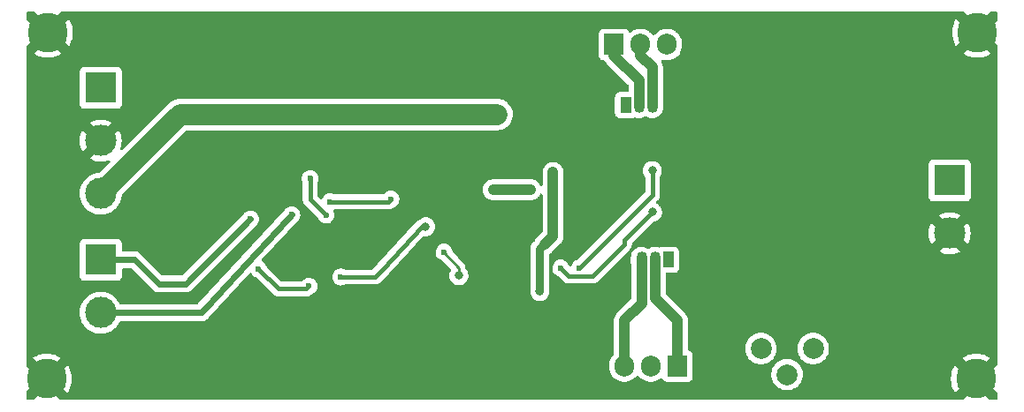
<source format=gbr>
%TF.GenerationSoftware,KiCad,Pcbnew,(6.0.2)*%
%TF.CreationDate,2022-12-26T11:42:45-08:00*%
%TF.ProjectId,discrete_op_amp,64697363-7265-4746-955f-6f705f616d70,rev?*%
%TF.SameCoordinates,Original*%
%TF.FileFunction,Copper,L2,Bot*%
%TF.FilePolarity,Positive*%
%FSLAX46Y46*%
G04 Gerber Fmt 4.6, Leading zero omitted, Abs format (unit mm)*
G04 Created by KiCad (PCBNEW (6.0.2)) date 2022-12-26 11:42:45*
%MOMM*%
%LPD*%
G01*
G04 APERTURE LIST*
%TA.AperFunction,ComponentPad*%
%ADD10C,2.000000*%
%TD*%
%TA.AperFunction,ComponentPad*%
%ADD11R,3.000000X3.000000*%
%TD*%
%TA.AperFunction,ComponentPad*%
%ADD12C,3.000000*%
%TD*%
%TA.AperFunction,ComponentPad*%
%ADD13O,1.905000X2.000000*%
%TD*%
%TA.AperFunction,ComponentPad*%
%ADD14R,1.905000X2.000000*%
%TD*%
%TA.AperFunction,ComponentPad*%
%ADD15C,3.800000*%
%TD*%
%TA.AperFunction,ComponentPad*%
%ADD16R,1.050000X1.500000*%
%TD*%
%TA.AperFunction,ComponentPad*%
%ADD17O,1.050000X1.500000*%
%TD*%
%TA.AperFunction,ViaPad*%
%ADD18C,0.600000*%
%TD*%
%TA.AperFunction,ViaPad*%
%ADD19C,0.800000*%
%TD*%
%TA.AperFunction,Conductor*%
%ADD20C,2.000000*%
%TD*%
%TA.AperFunction,Conductor*%
%ADD21C,0.400000*%
%TD*%
%TA.AperFunction,Conductor*%
%ADD22C,1.000000*%
%TD*%
%TA.AperFunction,Conductor*%
%ADD23C,0.600000*%
%TD*%
%TA.AperFunction,Conductor*%
%ADD24C,0.254000*%
%TD*%
%TA.AperFunction,Conductor*%
%ADD25C,0.800000*%
%TD*%
G04 APERTURE END LIST*
D10*
%TO.P,RV1,1,1*%
%TO.N,/Vout*%
X182509000Y-122809000D03*
%TO.P,RV1,2,2*%
%TO.N,/Vin*%
X180009000Y-125309000D03*
%TO.P,RV1,3,3*%
%TO.N,Net-(R19-Pad2)*%
X177509000Y-122809000D03*
%TD*%
D11*
%TO.P,J1,1,Pin_1*%
%TO.N,+15V*%
X114300000Y-97790000D03*
D12*
%TO.P,J1,2,Pin_2*%
%TO.N,GND*%
X114300000Y-102870000D03*
%TO.P,J1,3,Pin_3*%
%TO.N,-15V*%
X114300000Y-107950000D03*
%TD*%
D13*
%TO.P,Q23,3,E*%
%TO.N,-15V*%
X168512000Y-93639000D03*
%TO.P,Q23,2,C*%
%TO.N,Net-(Q17-Pad1)*%
X165972000Y-93639000D03*
D14*
%TO.P,Q23,1,B*%
%TO.N,Net-(Q21-Pad3)*%
X163432000Y-93639000D03*
%TD*%
D11*
%TO.P,J3,1,Pin_1*%
%TO.N,/Vip*%
X114300000Y-114300000D03*
D12*
%TO.P,J3,2,Pin_2*%
%TO.N,/Vin*%
X114300000Y-119380000D03*
%TD*%
D15*
%TO.P,H4,1,1*%
%TO.N,GND*%
X109117000Y-125730000D03*
%TD*%
%TO.P,H3,1,1*%
%TO.N,GND*%
X198223000Y-92484000D03*
%TD*%
D14*
%TO.P,Q5,1,B*%
%TO.N,Net-(Q4-Pad2)*%
X169521000Y-124492500D03*
D13*
%TO.P,Q5,2,C*%
%TO.N,Net-(Q12-Pad1)*%
X166981000Y-124492500D03*
%TO.P,Q5,3,E*%
%TO.N,+15V*%
X164441000Y-124492500D03*
%TD*%
D16*
%TO.P,Q22,1,E*%
%TO.N,-15V*%
X164568000Y-99448000D03*
D17*
%TO.P,Q22,2,B*%
%TO.N,Net-(Q21-Pad3)*%
X165838000Y-99448000D03*
%TO.P,Q22,3,C*%
%TO.N,Net-(Q17-Pad1)*%
X167108000Y-99448000D03*
%TD*%
D15*
%TO.P,H2,1,1*%
%TO.N,GND*%
X198120000Y-125730000D03*
%TD*%
D16*
%TO.P,Q4,1,C*%
%TO.N,Net-(Q12-Pad1)*%
X168632000Y-114300000D03*
D17*
%TO.P,Q4,2,B*%
%TO.N,Net-(Q4-Pad2)*%
X167362000Y-114300000D03*
%TO.P,Q4,3,E*%
%TO.N,+15V*%
X166092000Y-114300000D03*
%TD*%
D15*
%TO.P,H1,1,1*%
%TO.N,GND*%
X109220000Y-92484000D03*
%TD*%
D11*
%TO.P,J2,1,Pin_1*%
%TO.N,/SPKR+*%
X195580000Y-106680000D03*
D12*
%TO.P,J2,2,Pin_2*%
%TO.N,GND*%
X195580000Y-111760000D03*
%TD*%
D18*
%TO.N,GND*%
X187325000Y-104648000D03*
X189865000Y-104648000D03*
X130556000Y-102616000D03*
X125476000Y-102616000D03*
%TO.N,/VBP*%
X137287000Y-115951000D03*
X134239000Y-116840000D03*
D19*
%TO.N,Net-(Q21-Pad3)*%
X157607000Y-105918000D03*
D18*
%TO.N,GND*%
X164846000Y-108331000D03*
X165354000Y-106426000D03*
X162687000Y-118110000D03*
X112776000Y-125349000D03*
X117856000Y-125349000D03*
D19*
%TO.N,Net-(Q4-Pad2)*%
X155448000Y-107569000D03*
X151892000Y-107569000D03*
D18*
%TO.N,-15V*%
X149709000Y-100358000D03*
X151741000Y-100358000D03*
X147677000Y-100358000D03*
X150725000Y-100358000D03*
X148693000Y-100358000D03*
D19*
%TO.N,/Vout*%
X167132000Y-109728000D03*
D18*
X158345000Y-115090000D03*
%TO.N,GND*%
X150725000Y-102644000D03*
X171553000Y-114328000D03*
X135485000Y-102644000D03*
X160528000Y-102644000D03*
X122785000Y-93246000D03*
X175363000Y-92484000D03*
X185523000Y-92484000D03*
X132945000Y-93246000D03*
X153265000Y-93246000D03*
X177903000Y-95786000D03*
X176784000Y-104648000D03*
X125730000Y-124460000D03*
X182983000Y-95786000D03*
X191770000Y-121920000D03*
X125071000Y-111534000D03*
X143105000Y-93246000D03*
X120650000Y-110490000D03*
X127865000Y-93246000D03*
X120650000Y-111760000D03*
X130810000Y-124460000D03*
X158345000Y-93246000D03*
X151130000Y-123190000D03*
X173482000Y-119126000D03*
X138025000Y-93246000D03*
X124563000Y-112550000D03*
X145645000Y-102644000D03*
X186690000Y-121920000D03*
X140970000Y-123190000D03*
X155805000Y-102644000D03*
X196850000Y-121920000D03*
X197358000Y-117348000D03*
X180443000Y-92484000D03*
X135890000Y-123190000D03*
X148185000Y-93246000D03*
X179324000Y-104648000D03*
X146050000Y-123190000D03*
X176022000Y-119126000D03*
X140565000Y-102644000D03*
X178562000Y-119126000D03*
%TO.N,/Vip*%
X128627000Y-110391000D03*
%TO.N,/Vin*%
X132588000Y-109982000D03*
%TO.N,Net-(Q14-Pad3)*%
X134342000Y-106503500D03*
X135866000Y-110010000D03*
%TO.N,/VBP*%
X129413000Y-115189000D03*
D19*
X145415000Y-111125000D03*
D18*
%TO.N,Net-(Q11-Pad2)*%
X147169000Y-113566000D03*
D19*
X148590000Y-115824000D03*
%TO.N,Net-(Q17-Pad1)*%
X167108000Y-105739000D03*
D18*
X160123000Y-115090000D03*
D19*
%TO.N,Net-(Q21-Pad3)*%
X156337000Y-117348000D03*
D18*
%TO.N,Net-(C6-Pad2)*%
X136247000Y-108740000D03*
X142089000Y-108486000D03*
%TD*%
D20*
%TO.N,-15V*%
X121892000Y-100358000D02*
X114300000Y-107950000D01*
X147677000Y-100358000D02*
X121892000Y-100358000D01*
D21*
%TO.N,/VBP*%
X140589000Y-115951000D02*
X141351000Y-115189000D01*
X137287000Y-115951000D02*
X140589000Y-115951000D01*
X133985000Y-117094000D02*
X134239000Y-116840000D01*
X131318000Y-117094000D02*
X133985000Y-117094000D01*
X129413000Y-115189000D02*
X131318000Y-117094000D01*
D22*
%TO.N,Net-(Q21-Pad3)*%
X157607000Y-112018000D02*
X156821000Y-112804000D01*
X157607000Y-105918000D02*
X157607000Y-112018000D01*
%TO.N,Net-(Q4-Pad2)*%
X151892000Y-107569000D02*
X155448000Y-107569000D01*
X169521000Y-120133000D02*
X169521000Y-124492500D01*
%TO.N,+15V*%
X164441000Y-120133000D02*
X164441000Y-124492500D01*
%TO.N,Net-(Q17-Pad1)*%
X165972000Y-94683000D02*
X165972000Y-93639000D01*
%TO.N,Net-(Q21-Pad3)*%
X163432000Y-94683000D02*
X163432000Y-93639000D01*
%TO.N,+15V*%
X166092000Y-114300000D02*
X166092000Y-118482000D01*
X166092000Y-118482000D02*
X164441000Y-120133000D01*
D20*
%TO.N,-15V*%
X147677000Y-100358000D02*
X152249000Y-100358000D01*
D21*
%TO.N,/Vout*%
X161393000Y-115852000D02*
X159107000Y-115852000D01*
X164441000Y-112804000D02*
X161393000Y-115852000D01*
X164441000Y-112419000D02*
X167132000Y-109728000D01*
X164441000Y-112804000D02*
X164441000Y-112419000D01*
X159107000Y-115852000D02*
X158345000Y-115090000D01*
D23*
%TO.N,/Vip*%
X117550000Y-114300000D02*
X119864000Y-116614000D01*
X119864000Y-116614000D02*
X122404000Y-116614000D01*
X114300000Y-114300000D02*
X117550000Y-114300000D01*
X122404000Y-116614000D02*
X128627000Y-110391000D01*
%TO.N,/Vin*%
X123968320Y-119380000D02*
X114300000Y-119380000D01*
X132588000Y-109982000D02*
X123968320Y-119380000D01*
D21*
%TO.N,Net-(Q14-Pad3)*%
X134342000Y-108486000D02*
X135866000Y-110010000D01*
X134342000Y-106503500D02*
X134342000Y-108486000D01*
%TO.N,/VBP*%
X145038000Y-111125000D02*
X145415000Y-111125000D01*
X141351000Y-115189000D02*
X145038000Y-111125000D01*
D24*
%TO.N,Net-(Q11-Pad2)*%
X148590000Y-115824000D02*
X148590000Y-115114000D01*
X148590000Y-115114000D02*
X147169000Y-113566000D01*
D22*
%TO.N,Net-(Q4-Pad2)*%
X167362000Y-117974000D02*
X169521000Y-120133000D01*
X167362000Y-114300000D02*
X167362000Y-117974000D01*
%TO.N,Net-(Q17-Pad1)*%
X167108000Y-95819000D02*
X165972000Y-94683000D01*
D21*
X167132000Y-108081000D02*
X167132000Y-105763000D01*
D22*
X167108000Y-99448000D02*
X167108000Y-95819000D01*
D21*
X167132000Y-105763000D02*
X167108000Y-105739000D01*
X160123000Y-115090000D02*
X167132000Y-108081000D01*
D22*
%TO.N,Net-(Q21-Pad3)*%
X165838000Y-97089000D02*
X163432000Y-94683000D01*
X165838000Y-99448000D02*
X165838000Y-97089000D01*
D25*
X156821000Y-112804000D02*
X156817000Y-112804000D01*
X156817000Y-112804000D02*
X156337000Y-113284000D01*
X156337000Y-113284000D02*
X156337000Y-117348000D01*
D21*
%TO.N,Net-(C6-Pad2)*%
X142089000Y-108486000D02*
X141835000Y-108740000D01*
X136247000Y-108740000D02*
X141835000Y-108740000D01*
%TD*%
%TA.AperFunction,Conductor*%
%TO.N,GND*%
G36*
X107911038Y-90472002D02*
G01*
X107932012Y-90488905D01*
X109207188Y-91764081D01*
X109221132Y-91771695D01*
X109222965Y-91771564D01*
X109229580Y-91767313D01*
X110507988Y-90488905D01*
X110570300Y-90454879D01*
X110597083Y-90452000D01*
X196845917Y-90452000D01*
X196914038Y-90472002D01*
X196935012Y-90488905D01*
X198210188Y-91764081D01*
X198224132Y-91771695D01*
X198225965Y-91771564D01*
X198232580Y-91767313D01*
X199510988Y-90488905D01*
X199573300Y-90454879D01*
X199600083Y-90452000D01*
X200026000Y-90452000D01*
X200094121Y-90472002D01*
X200140614Y-90525658D01*
X200152000Y-90578000D01*
X200152000Y-91209917D01*
X200131998Y-91278038D01*
X200115095Y-91299012D01*
X198942919Y-92471188D01*
X198935305Y-92485132D01*
X198935436Y-92486965D01*
X198939687Y-92493580D01*
X200115095Y-93668988D01*
X200149121Y-93731300D01*
X200152000Y-93758083D01*
X200152000Y-124352917D01*
X200131998Y-124421038D01*
X200115095Y-124442012D01*
X198839919Y-125717188D01*
X198832305Y-125731132D01*
X198832436Y-125732965D01*
X198836687Y-125739580D01*
X200115095Y-127017988D01*
X200149121Y-127080300D01*
X200152000Y-127107083D01*
X200152000Y-127636000D01*
X200131998Y-127704121D01*
X200078342Y-127750614D01*
X200026000Y-127762000D01*
X199497083Y-127762000D01*
X199428962Y-127741998D01*
X199407988Y-127725095D01*
X198132812Y-126449919D01*
X198118868Y-126442305D01*
X198117035Y-126442436D01*
X198110420Y-126446687D01*
X196832012Y-127725095D01*
X196769700Y-127759121D01*
X196742917Y-127762000D01*
X110494083Y-127762000D01*
X110425962Y-127741998D01*
X110404988Y-127725095D01*
X109129812Y-126449919D01*
X109115868Y-126442305D01*
X109114035Y-126442436D01*
X109107420Y-126446687D01*
X107829012Y-127725095D01*
X107766700Y-127759121D01*
X107739917Y-127762000D01*
X107314000Y-127762000D01*
X107245879Y-127741998D01*
X107199386Y-127688342D01*
X107188000Y-127636000D01*
X107188000Y-127004083D01*
X107208002Y-126935962D01*
X107224905Y-126914988D01*
X108397081Y-125742812D01*
X108403459Y-125731132D01*
X109829305Y-125731132D01*
X109829436Y-125732965D01*
X109833687Y-125739580D01*
X111123445Y-127029338D01*
X111135825Y-127036098D01*
X111143965Y-127030005D01*
X111229195Y-126895703D01*
X111233007Y-126888770D01*
X111358639Y-126621787D01*
X111361554Y-126614424D01*
X111452733Y-126333805D01*
X111454704Y-126326128D01*
X111509992Y-126036297D01*
X111510985Y-126028436D01*
X111529512Y-125733958D01*
X111529512Y-125726042D01*
X111510985Y-125431564D01*
X111509992Y-125423703D01*
X111454704Y-125133872D01*
X111452733Y-125126195D01*
X111361554Y-124845576D01*
X111358639Y-124838213D01*
X111246970Y-124600902D01*
X162980000Y-124600902D01*
X162980212Y-124603475D01*
X162980212Y-124603486D01*
X162988513Y-124704446D01*
X162994678Y-124779437D01*
X163053206Y-125012444D01*
X163149003Y-125232763D01*
X163233885Y-125363970D01*
X163273755Y-125425599D01*
X163279498Y-125434477D01*
X163441186Y-125612170D01*
X163494370Y-125654172D01*
X163625670Y-125757867D01*
X163625675Y-125757870D01*
X163629724Y-125761068D01*
X163634240Y-125763561D01*
X163634243Y-125763563D01*
X163835526Y-125874677D01*
X163835530Y-125874679D01*
X163840050Y-125877174D01*
X163844919Y-125878898D01*
X163844923Y-125878900D01*
X164061640Y-125955644D01*
X164061644Y-125955645D01*
X164066515Y-125957370D01*
X164071608Y-125958277D01*
X164071611Y-125958278D01*
X164297948Y-125998595D01*
X164297954Y-125998596D01*
X164303037Y-125999501D01*
X164390400Y-126000568D01*
X164538093Y-126002373D01*
X164538095Y-126002373D01*
X164543263Y-126002436D01*
X164780744Y-125966096D01*
X164892997Y-125929406D01*
X165004183Y-125893066D01*
X165004189Y-125893063D01*
X165009101Y-125891458D01*
X165013687Y-125889071D01*
X165013691Y-125889069D01*
X165217607Y-125782916D01*
X165222200Y-125780525D01*
X165293442Y-125727035D01*
X165410185Y-125639382D01*
X165410188Y-125639380D01*
X165414320Y-125636277D01*
X165580301Y-125462588D01*
X165605535Y-125425597D01*
X165660444Y-125380596D01*
X165730968Y-125372425D01*
X165794716Y-125403679D01*
X165815411Y-125428160D01*
X165819498Y-125434477D01*
X165981186Y-125612170D01*
X166034370Y-125654172D01*
X166165670Y-125757867D01*
X166165675Y-125757870D01*
X166169724Y-125761068D01*
X166174240Y-125763561D01*
X166174243Y-125763563D01*
X166375526Y-125874677D01*
X166375530Y-125874679D01*
X166380050Y-125877174D01*
X166384919Y-125878898D01*
X166384923Y-125878900D01*
X166601640Y-125955644D01*
X166601644Y-125955645D01*
X166606515Y-125957370D01*
X166611608Y-125958277D01*
X166611611Y-125958278D01*
X166837948Y-125998595D01*
X166837954Y-125998596D01*
X166843037Y-125999501D01*
X166930400Y-126000568D01*
X167078093Y-126002373D01*
X167078095Y-126002373D01*
X167083263Y-126002436D01*
X167320744Y-125966096D01*
X167432997Y-125929406D01*
X167544183Y-125893066D01*
X167544189Y-125893063D01*
X167549101Y-125891458D01*
X167553687Y-125889071D01*
X167553691Y-125889069D01*
X167757607Y-125782916D01*
X167762200Y-125780525D01*
X167917283Y-125664085D01*
X167983765Y-125639180D01*
X168053161Y-125654172D01*
X168103435Y-125704302D01*
X168110915Y-125720615D01*
X168114731Y-125730793D01*
X168117885Y-125739205D01*
X168205239Y-125855761D01*
X168321795Y-125943115D01*
X168458184Y-125994245D01*
X168520366Y-126001000D01*
X170521634Y-126001000D01*
X170583816Y-125994245D01*
X170720205Y-125943115D01*
X170836761Y-125855761D01*
X170924115Y-125739205D01*
X170975245Y-125602816D01*
X170982000Y-125540634D01*
X170982000Y-125309000D01*
X178495835Y-125309000D01*
X178514465Y-125545711D01*
X178515619Y-125550518D01*
X178515620Y-125550524D01*
X178536208Y-125636277D01*
X178569895Y-125776594D01*
X178571788Y-125781165D01*
X178571789Y-125781167D01*
X178648713Y-125966878D01*
X178660760Y-125995963D01*
X178663346Y-126000183D01*
X178782241Y-126194202D01*
X178782245Y-126194208D01*
X178784824Y-126198416D01*
X178939031Y-126378969D01*
X179119584Y-126533176D01*
X179123792Y-126535755D01*
X179123798Y-126535759D01*
X179252168Y-126614424D01*
X179322037Y-126657240D01*
X179326607Y-126659133D01*
X179326611Y-126659135D01*
X179536833Y-126746211D01*
X179541406Y-126748105D01*
X179621609Y-126767360D01*
X179767476Y-126802380D01*
X179767482Y-126802381D01*
X179772289Y-126803535D01*
X180009000Y-126822165D01*
X180245711Y-126803535D01*
X180250518Y-126802381D01*
X180250524Y-126802380D01*
X180396391Y-126767360D01*
X180476594Y-126748105D01*
X180481167Y-126746211D01*
X180691389Y-126659135D01*
X180691393Y-126659133D01*
X180695963Y-126657240D01*
X180765832Y-126614424D01*
X180894202Y-126535759D01*
X180894208Y-126535755D01*
X180898416Y-126533176D01*
X181078969Y-126378969D01*
X181233176Y-126198416D01*
X181235755Y-126194208D01*
X181235759Y-126194202D01*
X181354654Y-126000183D01*
X181357240Y-125995963D01*
X181369288Y-125966878D01*
X181446211Y-125781167D01*
X181446212Y-125781165D01*
X181448105Y-125776594D01*
X181458341Y-125733958D01*
X195707488Y-125733958D01*
X195726015Y-126028436D01*
X195727008Y-126036297D01*
X195782296Y-126326128D01*
X195784267Y-126333805D01*
X195875446Y-126614424D01*
X195878361Y-126621787D01*
X196003993Y-126888770D01*
X196007805Y-126895703D01*
X196091035Y-127026853D01*
X196101641Y-127036150D01*
X196110914Y-127031979D01*
X197400081Y-125742812D01*
X197407695Y-125728868D01*
X197407564Y-125727035D01*
X197403313Y-125720420D01*
X196113555Y-124430662D01*
X196101175Y-124423902D01*
X196093035Y-124429995D01*
X196007805Y-124564297D01*
X196003993Y-124571230D01*
X195878361Y-124838213D01*
X195875446Y-124845576D01*
X195784267Y-125126195D01*
X195782296Y-125133872D01*
X195727008Y-125423703D01*
X195726015Y-125431564D01*
X195707488Y-125726042D01*
X195707488Y-125733958D01*
X181458341Y-125733958D01*
X181481792Y-125636277D01*
X181502380Y-125550524D01*
X181502381Y-125550518D01*
X181503535Y-125545711D01*
X181522165Y-125309000D01*
X181503535Y-125072289D01*
X181490306Y-125017183D01*
X181449260Y-124846218D01*
X181448105Y-124841406D01*
X181357240Y-124622037D01*
X181271854Y-124482700D01*
X181235759Y-124423798D01*
X181235755Y-124423792D01*
X181233176Y-124419584D01*
X181078969Y-124239031D01*
X180898416Y-124084824D01*
X180894208Y-124082245D01*
X180894202Y-124082241D01*
X180700183Y-123963346D01*
X180695963Y-123960760D01*
X180691393Y-123958867D01*
X180691389Y-123958865D01*
X180481167Y-123871789D01*
X180481165Y-123871788D01*
X180476594Y-123869895D01*
X180396391Y-123850640D01*
X180250524Y-123815620D01*
X180250518Y-123815619D01*
X180245711Y-123814465D01*
X180009000Y-123795835D01*
X179772289Y-123814465D01*
X179767482Y-123815619D01*
X179767476Y-123815620D01*
X179621609Y-123850640D01*
X179541406Y-123869895D01*
X179536835Y-123871788D01*
X179536833Y-123871789D01*
X179326611Y-123958865D01*
X179326607Y-123958867D01*
X179322037Y-123960760D01*
X179317817Y-123963346D01*
X179123798Y-124082241D01*
X179123792Y-124082245D01*
X179119584Y-124084824D01*
X178939031Y-124239031D01*
X178784824Y-124419584D01*
X178782245Y-124423792D01*
X178782241Y-124423798D01*
X178746146Y-124482700D01*
X178660760Y-124622037D01*
X178569895Y-124841406D01*
X178568740Y-124846218D01*
X178527695Y-125017183D01*
X178514465Y-125072289D01*
X178495835Y-125309000D01*
X170982000Y-125309000D01*
X170982000Y-123444366D01*
X170975245Y-123382184D01*
X170924115Y-123245795D01*
X170836761Y-123129239D01*
X170720205Y-123041885D01*
X170611270Y-123001047D01*
X170554506Y-122958405D01*
X170529806Y-122891844D01*
X170529500Y-122883065D01*
X170529500Y-122809000D01*
X175995835Y-122809000D01*
X176014465Y-123045711D01*
X176015619Y-123050518D01*
X176015620Y-123050524D01*
X176028963Y-123106100D01*
X176069895Y-123276594D01*
X176071788Y-123281165D01*
X176071789Y-123281167D01*
X176116886Y-123390040D01*
X176160760Y-123495963D01*
X176163346Y-123500183D01*
X176282241Y-123694202D01*
X176282245Y-123694208D01*
X176284824Y-123698416D01*
X176439031Y-123878969D01*
X176619584Y-124033176D01*
X176623792Y-124035755D01*
X176623798Y-124035759D01*
X176699650Y-124082241D01*
X176822037Y-124157240D01*
X176826607Y-124159133D01*
X176826611Y-124159135D01*
X177011754Y-124235823D01*
X177041406Y-124248105D01*
X177121609Y-124267360D01*
X177267476Y-124302380D01*
X177267482Y-124302381D01*
X177272289Y-124303535D01*
X177509000Y-124322165D01*
X177745711Y-124303535D01*
X177750518Y-124302381D01*
X177750524Y-124302380D01*
X177896391Y-124267360D01*
X177976594Y-124248105D01*
X178006246Y-124235823D01*
X178191389Y-124159135D01*
X178191393Y-124159133D01*
X178195963Y-124157240D01*
X178318350Y-124082241D01*
X178394202Y-124035759D01*
X178394208Y-124035755D01*
X178398416Y-124033176D01*
X178578969Y-123878969D01*
X178733176Y-123698416D01*
X178735755Y-123694208D01*
X178735759Y-123694202D01*
X178854654Y-123500183D01*
X178857240Y-123495963D01*
X178901115Y-123390040D01*
X178946211Y-123281167D01*
X178946212Y-123281165D01*
X178948105Y-123276594D01*
X178989037Y-123106100D01*
X179002380Y-123050524D01*
X179002381Y-123050518D01*
X179003535Y-123045711D01*
X179022165Y-122809000D01*
X180995835Y-122809000D01*
X181014465Y-123045711D01*
X181015619Y-123050518D01*
X181015620Y-123050524D01*
X181028963Y-123106100D01*
X181069895Y-123276594D01*
X181071788Y-123281165D01*
X181071789Y-123281167D01*
X181116886Y-123390040D01*
X181160760Y-123495963D01*
X181163346Y-123500183D01*
X181282241Y-123694202D01*
X181282245Y-123694208D01*
X181284824Y-123698416D01*
X181439031Y-123878969D01*
X181619584Y-124033176D01*
X181623792Y-124035755D01*
X181623798Y-124035759D01*
X181699650Y-124082241D01*
X181822037Y-124157240D01*
X181826607Y-124159133D01*
X181826611Y-124159135D01*
X182011754Y-124235823D01*
X182041406Y-124248105D01*
X182121609Y-124267360D01*
X182267476Y-124302380D01*
X182267482Y-124302381D01*
X182272289Y-124303535D01*
X182509000Y-124322165D01*
X182745711Y-124303535D01*
X182750518Y-124302381D01*
X182750524Y-124302380D01*
X182896391Y-124267360D01*
X182976594Y-124248105D01*
X183006246Y-124235823D01*
X183191389Y-124159135D01*
X183191393Y-124159133D01*
X183195963Y-124157240D01*
X183318350Y-124082241D01*
X183394202Y-124035759D01*
X183394208Y-124035755D01*
X183398416Y-124033176D01*
X183578969Y-123878969D01*
X183724323Y-123708781D01*
X196811846Y-123708781D01*
X196818750Y-123721643D01*
X198107188Y-125010081D01*
X198121132Y-125017695D01*
X198122965Y-125017564D01*
X198129580Y-125013313D01*
X199421575Y-123721318D01*
X199428188Y-123709208D01*
X199419358Y-123697587D01*
X199416024Y-123695165D01*
X199409357Y-123690934D01*
X199150766Y-123548772D01*
X199143631Y-123545415D01*
X198869254Y-123436781D01*
X198861763Y-123434347D01*
X198575941Y-123360961D01*
X198568170Y-123359479D01*
X198275430Y-123322497D01*
X198267540Y-123322000D01*
X197972460Y-123322000D01*
X197964570Y-123322497D01*
X197671830Y-123359479D01*
X197664059Y-123360961D01*
X197378237Y-123434347D01*
X197370746Y-123436781D01*
X197096369Y-123545415D01*
X197089234Y-123548772D01*
X196830643Y-123690934D01*
X196823976Y-123695165D01*
X196820270Y-123697858D01*
X196811846Y-123708781D01*
X183724323Y-123708781D01*
X183733176Y-123698416D01*
X183735755Y-123694208D01*
X183735759Y-123694202D01*
X183854654Y-123500183D01*
X183857240Y-123495963D01*
X183901115Y-123390040D01*
X183946211Y-123281167D01*
X183946212Y-123281165D01*
X183948105Y-123276594D01*
X183989037Y-123106100D01*
X184002380Y-123050524D01*
X184002381Y-123050518D01*
X184003535Y-123045711D01*
X184022165Y-122809000D01*
X184003535Y-122572289D01*
X183948105Y-122341406D01*
X183857240Y-122122037D01*
X183854654Y-122117817D01*
X183735759Y-121923798D01*
X183735755Y-121923792D01*
X183733176Y-121919584D01*
X183578969Y-121739031D01*
X183398416Y-121584824D01*
X183394208Y-121582245D01*
X183394202Y-121582241D01*
X183200183Y-121463346D01*
X183195963Y-121460760D01*
X183191393Y-121458867D01*
X183191389Y-121458865D01*
X182981167Y-121371789D01*
X182981165Y-121371788D01*
X182976594Y-121369895D01*
X182871687Y-121344709D01*
X182750524Y-121315620D01*
X182750518Y-121315619D01*
X182745711Y-121314465D01*
X182509000Y-121295835D01*
X182272289Y-121314465D01*
X182267482Y-121315619D01*
X182267476Y-121315620D01*
X182146313Y-121344709D01*
X182041406Y-121369895D01*
X182036835Y-121371788D01*
X182036833Y-121371789D01*
X181826611Y-121458865D01*
X181826607Y-121458867D01*
X181822037Y-121460760D01*
X181817817Y-121463346D01*
X181623798Y-121582241D01*
X181623792Y-121582245D01*
X181619584Y-121584824D01*
X181439031Y-121739031D01*
X181284824Y-121919584D01*
X181282245Y-121923792D01*
X181282241Y-121923798D01*
X181163346Y-122117817D01*
X181160760Y-122122037D01*
X181069895Y-122341406D01*
X181014465Y-122572289D01*
X180995835Y-122809000D01*
X179022165Y-122809000D01*
X179003535Y-122572289D01*
X178948105Y-122341406D01*
X178857240Y-122122037D01*
X178854654Y-122117817D01*
X178735759Y-121923798D01*
X178735755Y-121923792D01*
X178733176Y-121919584D01*
X178578969Y-121739031D01*
X178398416Y-121584824D01*
X178394208Y-121582245D01*
X178394202Y-121582241D01*
X178200183Y-121463346D01*
X178195963Y-121460760D01*
X178191393Y-121458867D01*
X178191389Y-121458865D01*
X177981167Y-121371789D01*
X177981165Y-121371788D01*
X177976594Y-121369895D01*
X177871687Y-121344709D01*
X177750524Y-121315620D01*
X177750518Y-121315619D01*
X177745711Y-121314465D01*
X177509000Y-121295835D01*
X177272289Y-121314465D01*
X177267482Y-121315619D01*
X177267476Y-121315620D01*
X177146313Y-121344709D01*
X177041406Y-121369895D01*
X177036835Y-121371788D01*
X177036833Y-121371789D01*
X176826611Y-121458865D01*
X176826607Y-121458867D01*
X176822037Y-121460760D01*
X176817817Y-121463346D01*
X176623798Y-121582241D01*
X176623792Y-121582245D01*
X176619584Y-121584824D01*
X176439031Y-121739031D01*
X176284824Y-121919584D01*
X176282245Y-121923792D01*
X176282241Y-121923798D01*
X176163346Y-122117817D01*
X176160760Y-122122037D01*
X176069895Y-122341406D01*
X176014465Y-122572289D01*
X175995835Y-122809000D01*
X170529500Y-122809000D01*
X170529500Y-120194842D01*
X170530237Y-120181235D01*
X170533659Y-120149737D01*
X170533659Y-120149732D01*
X170534324Y-120143611D01*
X170531711Y-120113745D01*
X170529949Y-120093598D01*
X170529620Y-120088768D01*
X170529500Y-120086311D01*
X170529500Y-120083231D01*
X170528814Y-120076227D01*
X170525309Y-120040489D01*
X170525187Y-120039174D01*
X170519987Y-119979741D01*
X170517087Y-119946587D01*
X170515600Y-119941468D01*
X170515080Y-119936167D01*
X170488209Y-119847166D01*
X170487874Y-119846033D01*
X170463630Y-119762586D01*
X170463628Y-119762582D01*
X170461909Y-119756664D01*
X170459456Y-119751932D01*
X170457916Y-119746831D01*
X170414269Y-119664740D01*
X170413657Y-119663574D01*
X170373729Y-119586547D01*
X170370892Y-119581074D01*
X170367569Y-119576911D01*
X170365066Y-119572204D01*
X170359775Y-119565716D01*
X170351651Y-119555756D01*
X170306245Y-119500082D01*
X170305554Y-119499226D01*
X170274262Y-119460027D01*
X170271758Y-119457523D01*
X170271116Y-119456805D01*
X170267415Y-119452472D01*
X170240065Y-119418938D01*
X170228014Y-119408968D01*
X170204738Y-119389713D01*
X170195958Y-119381723D01*
X168407405Y-117593171D01*
X168373380Y-117530859D01*
X168370500Y-117504076D01*
X168370500Y-115684500D01*
X168390502Y-115616379D01*
X168444158Y-115569886D01*
X168496500Y-115558500D01*
X169205134Y-115558500D01*
X169267316Y-115551745D01*
X169403705Y-115500615D01*
X169520261Y-115413261D01*
X169607615Y-115296705D01*
X169658745Y-115160316D01*
X169665500Y-115098134D01*
X169665500Y-113501866D01*
X169664081Y-113488803D01*
X194563924Y-113488803D01*
X194569892Y-113496775D01*
X194625262Y-113531509D01*
X194632816Y-113535560D01*
X194874520Y-113644694D01*
X194882551Y-113647680D01*
X195136832Y-113723002D01*
X195145184Y-113724869D01*
X195407340Y-113764984D01*
X195415874Y-113765700D01*
X195681045Y-113769867D01*
X195689596Y-113769418D01*
X195952883Y-113737557D01*
X195961284Y-113735955D01*
X196217824Y-113668653D01*
X196225926Y-113665926D01*
X196470949Y-113564434D01*
X196478617Y-113560628D01*
X196585996Y-113497881D01*
X196595672Y-113487626D01*
X196592354Y-113479461D01*
X195592812Y-112479919D01*
X195578868Y-112472305D01*
X195577035Y-112472436D01*
X195570420Y-112476687D01*
X194570684Y-113476423D01*
X194563924Y-113488803D01*
X169664081Y-113488803D01*
X169658745Y-113439684D01*
X169607615Y-113303295D01*
X169520261Y-113186739D01*
X169403705Y-113099385D01*
X169267316Y-113048255D01*
X169205134Y-113041500D01*
X168058866Y-113041500D01*
X167996684Y-113048255D01*
X167974336Y-113056633D01*
X167868704Y-113096232D01*
X167868701Y-113096234D01*
X167860295Y-113099385D01*
X167853106Y-113104773D01*
X167852863Y-113104906D01*
X167783506Y-113120076D01*
X167755092Y-113114752D01*
X167746587Y-113112119D01*
X167570820Y-113057710D01*
X167564695Y-113057066D01*
X167564694Y-113057066D01*
X167375378Y-113037168D01*
X167375377Y-113037168D01*
X167369250Y-113036524D01*
X167285986Y-113044102D01*
X167173543Y-113054335D01*
X167173540Y-113054336D01*
X167167404Y-113054894D01*
X167161498Y-113056632D01*
X167161494Y-113056633D01*
X167086671Y-113078655D01*
X166972971Y-113112119D01*
X166967514Y-113114972D01*
X166967511Y-113114973D01*
X166917227Y-113141261D01*
X166793540Y-113205923D01*
X166793538Y-113205923D01*
X166793355Y-113206019D01*
X166793337Y-113205984D01*
X166727559Y-113225889D01*
X166666591Y-113210729D01*
X166665019Y-113209879D01*
X166494435Y-113117644D01*
X166378400Y-113081725D01*
X166306707Y-113059532D01*
X166306704Y-113059531D01*
X166300820Y-113057710D01*
X166294695Y-113057066D01*
X166294694Y-113057066D01*
X166105378Y-113037168D01*
X166105377Y-113037168D01*
X166099250Y-113036524D01*
X166015986Y-113044102D01*
X165903543Y-113054335D01*
X165903540Y-113054336D01*
X165897404Y-113054894D01*
X165891498Y-113056632D01*
X165891494Y-113056633D01*
X165816671Y-113078655D01*
X165702971Y-113112119D01*
X165697514Y-113114972D01*
X165697511Y-113114973D01*
X165647227Y-113141261D01*
X165523355Y-113206019D01*
X165518555Y-113209879D01*
X165518554Y-113209879D01*
X165501009Y-113223986D01*
X165365399Y-113333019D01*
X165235119Y-113488281D01*
X165232155Y-113493673D01*
X165232152Y-113493677D01*
X165142517Y-113656723D01*
X165137477Y-113665891D01*
X165076193Y-113859084D01*
X165075507Y-113865201D01*
X165075506Y-113865205D01*
X165070112Y-113913297D01*
X165058500Y-114016817D01*
X165058500Y-114576004D01*
X165073277Y-114726713D01*
X165075058Y-114732612D01*
X165078122Y-114742759D01*
X165083500Y-114779178D01*
X165083500Y-118012076D01*
X165063498Y-118080197D01*
X165046595Y-118101171D01*
X163771621Y-119376145D01*
X163761478Y-119385247D01*
X163731975Y-119408968D01*
X163728008Y-119413696D01*
X163699709Y-119447421D01*
X163696528Y-119451069D01*
X163694885Y-119452881D01*
X163692691Y-119455075D01*
X163665358Y-119488349D01*
X163664696Y-119489147D01*
X163604846Y-119560474D01*
X163602278Y-119565144D01*
X163598897Y-119569261D01*
X163567860Y-119627145D01*
X163555023Y-119651086D01*
X163554394Y-119652245D01*
X163512538Y-119728381D01*
X163512535Y-119728389D01*
X163509567Y-119733787D01*
X163507955Y-119738869D01*
X163505438Y-119743563D01*
X163478238Y-119832531D01*
X163477918Y-119833559D01*
X163449765Y-119922306D01*
X163449171Y-119927602D01*
X163447613Y-119932698D01*
X163438607Y-120021361D01*
X163438218Y-120025187D01*
X163438089Y-120026393D01*
X163432500Y-120076227D01*
X163432500Y-120079754D01*
X163432445Y-120080739D01*
X163431998Y-120086419D01*
X163427626Y-120129462D01*
X163430889Y-120163975D01*
X163431941Y-120175109D01*
X163432500Y-120186967D01*
X163432500Y-123335013D01*
X163412498Y-123403134D01*
X163397594Y-123422064D01*
X163301699Y-123522412D01*
X163283717Y-123548772D01*
X163169597Y-123716066D01*
X163166314Y-123720878D01*
X163164140Y-123725561D01*
X163164138Y-123725565D01*
X163067342Y-123934095D01*
X163065163Y-123938790D01*
X163000960Y-124170298D01*
X163000411Y-124175435D01*
X162984772Y-124321777D01*
X162980000Y-124366428D01*
X162980000Y-124600902D01*
X111246970Y-124600902D01*
X111233007Y-124571230D01*
X111229195Y-124564297D01*
X111145965Y-124433147D01*
X111135359Y-124423850D01*
X111126086Y-124428021D01*
X109836919Y-125717188D01*
X109829305Y-125731132D01*
X108403459Y-125731132D01*
X108404695Y-125728868D01*
X108404564Y-125727035D01*
X108400313Y-125720420D01*
X107224905Y-124545012D01*
X107190879Y-124482700D01*
X107188000Y-124455917D01*
X107188000Y-123708781D01*
X107808846Y-123708781D01*
X107815750Y-123721643D01*
X109104188Y-125010081D01*
X109118132Y-125017695D01*
X109119965Y-125017564D01*
X109126580Y-125013313D01*
X110418575Y-123721318D01*
X110425188Y-123709208D01*
X110416358Y-123697587D01*
X110413024Y-123695165D01*
X110406357Y-123690934D01*
X110147766Y-123548772D01*
X110140631Y-123545415D01*
X109866254Y-123436781D01*
X109858763Y-123434347D01*
X109572941Y-123360961D01*
X109565170Y-123359479D01*
X109272430Y-123322497D01*
X109264540Y-123322000D01*
X108969460Y-123322000D01*
X108961570Y-123322497D01*
X108668830Y-123359479D01*
X108661059Y-123360961D01*
X108375237Y-123434347D01*
X108367746Y-123436781D01*
X108093369Y-123545415D01*
X108086234Y-123548772D01*
X107827643Y-123690934D01*
X107820976Y-123695165D01*
X107817270Y-123697858D01*
X107808846Y-123708781D01*
X107188000Y-123708781D01*
X107188000Y-119358918D01*
X112286917Y-119358918D01*
X112302682Y-119632320D01*
X112303507Y-119636525D01*
X112303508Y-119636533D01*
X112328239Y-119762586D01*
X112355405Y-119901053D01*
X112356792Y-119905103D01*
X112356793Y-119905108D01*
X112437552Y-120140984D01*
X112444112Y-120160144D01*
X112567160Y-120404799D01*
X112569586Y-120408328D01*
X112569589Y-120408334D01*
X112684921Y-120576141D01*
X112722274Y-120630490D01*
X112906582Y-120833043D01*
X113116675Y-121008707D01*
X113120316Y-121010991D01*
X113345024Y-121151951D01*
X113345028Y-121151953D01*
X113348664Y-121154234D01*
X113416544Y-121184883D01*
X113594345Y-121265164D01*
X113594349Y-121265166D01*
X113598257Y-121266930D01*
X113602377Y-121268150D01*
X113602376Y-121268150D01*
X113856723Y-121343491D01*
X113856727Y-121343492D01*
X113860836Y-121344709D01*
X113865070Y-121345357D01*
X113865075Y-121345358D01*
X114127298Y-121385483D01*
X114127300Y-121385483D01*
X114131540Y-121386132D01*
X114270912Y-121388322D01*
X114401071Y-121390367D01*
X114401077Y-121390367D01*
X114405362Y-121390434D01*
X114677235Y-121357534D01*
X114942127Y-121288041D01*
X114946087Y-121286401D01*
X114946092Y-121286399D01*
X115068632Y-121235641D01*
X115195136Y-121183241D01*
X115431582Y-121045073D01*
X115647089Y-120876094D01*
X115688809Y-120833043D01*
X115834686Y-120682509D01*
X115837669Y-120679431D01*
X115840202Y-120675983D01*
X115840206Y-120675978D01*
X115997257Y-120462178D01*
X115999795Y-120458723D01*
X116027154Y-120408334D01*
X116110746Y-120254378D01*
X116160829Y-120204056D01*
X116221477Y-120188500D01*
X123878703Y-120188500D01*
X123890139Y-120189594D01*
X123890171Y-120189187D01*
X123897195Y-120189743D01*
X123904109Y-120191078D01*
X123911145Y-120190848D01*
X123911147Y-120190848D01*
X123980874Y-120188567D01*
X123984993Y-120188500D01*
X124013930Y-120188500D01*
X124017430Y-120188107D01*
X124017437Y-120188107D01*
X124021743Y-120187624D01*
X124031670Y-120186905D01*
X124085398Y-120185148D01*
X124092210Y-120183364D01*
X124092212Y-120183364D01*
X124107747Y-120179296D01*
X124125619Y-120175972D01*
X124133312Y-120175109D01*
X124148575Y-120173397D01*
X124199360Y-120155712D01*
X124208839Y-120152825D01*
X124260868Y-120139201D01*
X124281370Y-120128540D01*
X124298043Y-120121347D01*
X124319872Y-120113745D01*
X124365478Y-120085247D01*
X124374081Y-120080333D01*
X124421798Y-120055521D01*
X124439427Y-120040584D01*
X124454104Y-120029868D01*
X124467719Y-120021361D01*
X124467721Y-120021360D01*
X124473696Y-120017626D01*
X124478697Y-120012660D01*
X124511847Y-119979741D01*
X124519176Y-119973017D01*
X124526506Y-119966806D01*
X124526509Y-119966803D01*
X124529527Y-119964246D01*
X124532201Y-119961331D01*
X124548751Y-119943287D01*
X124552822Y-119939051D01*
X124597402Y-119894780D01*
X124602402Y-119889815D01*
X124606771Y-119882932D01*
X124620294Y-119865284D01*
X128529762Y-115602808D01*
X128590548Y-115566125D01*
X128661516Y-115568129D01*
X128720135Y-115608183D01*
X128730394Y-115622701D01*
X128741255Y-115640635D01*
X128752727Y-115659577D01*
X128768380Y-115685424D01*
X128773269Y-115690487D01*
X128773270Y-115690488D01*
X128846844Y-115766675D01*
X128894382Y-115815902D01*
X128938416Y-115844717D01*
X129038662Y-115910316D01*
X129046159Y-115915222D01*
X129052763Y-115917678D01*
X129052765Y-115917679D01*
X129165439Y-115959582D01*
X129210614Y-115988584D01*
X130796550Y-117574520D01*
X130802404Y-117580785D01*
X130840439Y-117624385D01*
X130846657Y-117628755D01*
X130892697Y-117661112D01*
X130897993Y-117665045D01*
X130948282Y-117704477D01*
X130955204Y-117707602D01*
X130957452Y-117708964D01*
X130972185Y-117717368D01*
X130974524Y-117718622D01*
X130980739Y-117722990D01*
X130987815Y-117725749D01*
X130987819Y-117725751D01*
X131040269Y-117746200D01*
X131046334Y-117748749D01*
X131104573Y-117775045D01*
X131112038Y-117776429D01*
X131114582Y-117777226D01*
X131130848Y-117781859D01*
X131133428Y-117782521D01*
X131140509Y-117785282D01*
X131148042Y-117786274D01*
X131148043Y-117786274D01*
X131161261Y-117788014D01*
X131203857Y-117793622D01*
X131210355Y-117794650D01*
X131273187Y-117806296D01*
X131280767Y-117805859D01*
X131280768Y-117805859D01*
X131335393Y-117802709D01*
X131342647Y-117802500D01*
X133956088Y-117802500D01*
X133964658Y-117802792D01*
X134014776Y-117806209D01*
X134014780Y-117806209D01*
X134022352Y-117806725D01*
X134029829Y-117805420D01*
X134029830Y-117805420D01*
X134056308Y-117800799D01*
X134085303Y-117795738D01*
X134091821Y-117794777D01*
X134155242Y-117787102D01*
X134162343Y-117784419D01*
X134164952Y-117783778D01*
X134181262Y-117779315D01*
X134183798Y-117778550D01*
X134191284Y-117777243D01*
X134249800Y-117751556D01*
X134255904Y-117749065D01*
X134260319Y-117747397D01*
X134315656Y-117726487D01*
X134321919Y-117722183D01*
X134324285Y-117720946D01*
X134339097Y-117712701D01*
X134341351Y-117711368D01*
X134348305Y-117708315D01*
X134399002Y-117669413D01*
X134404332Y-117665541D01*
X134450715Y-117633664D01*
X134450718Y-117633661D01*
X134456981Y-117629357D01*
X134457073Y-117629254D01*
X134497624Y-117606123D01*
X134538303Y-117592906D01*
X134568409Y-117583124D01*
X134568412Y-117583123D01*
X134575108Y-117580947D01*
X134730912Y-117488069D01*
X134862266Y-117362982D01*
X134962643Y-117211902D01*
X135027055Y-117042338D01*
X135052299Y-116862717D01*
X135052616Y-116840000D01*
X135032397Y-116659745D01*
X135029957Y-116652739D01*
X134975064Y-116495106D01*
X134975062Y-116495103D01*
X134972745Y-116488448D01*
X134961656Y-116470701D01*
X134880359Y-116340598D01*
X134876626Y-116334624D01*
X134850684Y-116308500D01*
X134753778Y-116210915D01*
X134753774Y-116210912D01*
X134748815Y-116205918D01*
X134741506Y-116201279D01*
X134670284Y-116156081D01*
X134595666Y-116108727D01*
X134566463Y-116098328D01*
X134431425Y-116050243D01*
X134431420Y-116050242D01*
X134424790Y-116047881D01*
X134417802Y-116047048D01*
X134417799Y-116047047D01*
X134294698Y-116032368D01*
X134244680Y-116026404D01*
X134237677Y-116027140D01*
X134237676Y-116027140D01*
X134071288Y-116044628D01*
X134071286Y-116044629D01*
X134064288Y-116045364D01*
X133892579Y-116103818D01*
X133886575Y-116107512D01*
X133744095Y-116195166D01*
X133744092Y-116195168D01*
X133738088Y-116198862D01*
X133733053Y-116203793D01*
X133733050Y-116203795D01*
X133613522Y-116320846D01*
X133608493Y-116325771D01*
X133604681Y-116331687D01*
X133600224Y-116337151D01*
X133598226Y-116335521D01*
X133553510Y-116374175D01*
X133501303Y-116385500D01*
X131663660Y-116385500D01*
X131595539Y-116365498D01*
X131574565Y-116348595D01*
X131165610Y-115939640D01*
X136473463Y-115939640D01*
X136491163Y-116120160D01*
X136548418Y-116292273D01*
X136552065Y-116298295D01*
X136552066Y-116298297D01*
X136634586Y-116434554D01*
X136642380Y-116447424D01*
X136647269Y-116452487D01*
X136647270Y-116452488D01*
X136714920Y-116522541D01*
X136768382Y-116577902D01*
X136811420Y-116606065D01*
X136881882Y-116652174D01*
X136920159Y-116677222D01*
X136926763Y-116679678D01*
X136926765Y-116679679D01*
X137083558Y-116737990D01*
X137083560Y-116737990D01*
X137090168Y-116740448D01*
X137173995Y-116751633D01*
X137262980Y-116763507D01*
X137262984Y-116763507D01*
X137269961Y-116764438D01*
X137276972Y-116763800D01*
X137276976Y-116763800D01*
X137419459Y-116750832D01*
X137450600Y-116747998D01*
X137457302Y-116745820D01*
X137457304Y-116745820D01*
X137616409Y-116694124D01*
X137616412Y-116694123D01*
X137623108Y-116691947D01*
X137647727Y-116677271D01*
X137712245Y-116659500D01*
X140560088Y-116659500D01*
X140568658Y-116659792D01*
X140618776Y-116663209D01*
X140618780Y-116663209D01*
X140626352Y-116663725D01*
X140633829Y-116662420D01*
X140633830Y-116662420D01*
X140660308Y-116657799D01*
X140689303Y-116652738D01*
X140695821Y-116651777D01*
X140759242Y-116644102D01*
X140766343Y-116641419D01*
X140768952Y-116640778D01*
X140785262Y-116636315D01*
X140787798Y-116635550D01*
X140795284Y-116634243D01*
X140853800Y-116608556D01*
X140859904Y-116606065D01*
X140912548Y-116586173D01*
X140912549Y-116586172D01*
X140919656Y-116583487D01*
X140925919Y-116579183D01*
X140928285Y-116577946D01*
X140943097Y-116569701D01*
X140945351Y-116568368D01*
X140952305Y-116565315D01*
X141003002Y-116526413D01*
X141008332Y-116522541D01*
X141054720Y-116490661D01*
X141054725Y-116490656D01*
X141060981Y-116486357D01*
X141072117Y-116473859D01*
X141102435Y-116439830D01*
X141107416Y-116434554D01*
X141827381Y-115714589D01*
X141834992Y-115707578D01*
X141844350Y-115699647D01*
X141862130Y-115680049D01*
X141866354Y-115675616D01*
X141882393Y-115659577D01*
X141890365Y-115649410D01*
X141896189Y-115642508D01*
X143790374Y-113554640D01*
X146355463Y-113554640D01*
X146373163Y-113735160D01*
X146430418Y-113907273D01*
X146434065Y-113913295D01*
X146434066Y-113913297D01*
X146496760Y-114016817D01*
X146524380Y-114062424D01*
X146650382Y-114192902D01*
X146656278Y-114196760D01*
X146777987Y-114276404D01*
X146802159Y-114292222D01*
X146808763Y-114294678D01*
X146808765Y-114294679D01*
X146965558Y-114352990D01*
X146965560Y-114352990D01*
X146972168Y-114355448D01*
X146979151Y-114356380D01*
X146979156Y-114356381D01*
X146990938Y-114357953D01*
X146993970Y-114358357D01*
X147058847Y-114387192D01*
X147070125Y-114398041D01*
X147802036Y-115195365D01*
X147833366Y-115259073D01*
X147825279Y-115329608D01*
X147818332Y-115343570D01*
X147771555Y-115424590D01*
X147755473Y-115452444D01*
X147696458Y-115634072D01*
X147695768Y-115640633D01*
X147695768Y-115640635D01*
X147689887Y-115696589D01*
X147676496Y-115824000D01*
X147677186Y-115830565D01*
X147691753Y-115969158D01*
X147696458Y-116013928D01*
X147755473Y-116195556D01*
X147758776Y-116201278D01*
X147758777Y-116201279D01*
X147784152Y-116245229D01*
X147850960Y-116360944D01*
X147855378Y-116365851D01*
X147855379Y-116365852D01*
X147971760Y-116495106D01*
X147978747Y-116502866D01*
X148058073Y-116560500D01*
X148120788Y-116606065D01*
X148133248Y-116615118D01*
X148139276Y-116617802D01*
X148139278Y-116617803D01*
X148278255Y-116679679D01*
X148307712Y-116692794D01*
X148401113Y-116712647D01*
X148488056Y-116731128D01*
X148488061Y-116731128D01*
X148494513Y-116732500D01*
X148685487Y-116732500D01*
X148691939Y-116731128D01*
X148691944Y-116731128D01*
X148778887Y-116712647D01*
X148872288Y-116692794D01*
X148901745Y-116679679D01*
X149040722Y-116617803D01*
X149040724Y-116617802D01*
X149046752Y-116615118D01*
X149059213Y-116606065D01*
X149121927Y-116560500D01*
X149201253Y-116502866D01*
X149208240Y-116495106D01*
X149324621Y-116365852D01*
X149324622Y-116365851D01*
X149329040Y-116360944D01*
X149395848Y-116245229D01*
X149421223Y-116201279D01*
X149421224Y-116201278D01*
X149424527Y-116195556D01*
X149483542Y-116013928D01*
X149488248Y-115969158D01*
X149502814Y-115830565D01*
X149503504Y-115824000D01*
X149490113Y-115696589D01*
X149484232Y-115640635D01*
X149484232Y-115640633D01*
X149483542Y-115634072D01*
X149424527Y-115452444D01*
X149408446Y-115424590D01*
X149340073Y-115306166D01*
X149329040Y-115287056D01*
X149311589Y-115267674D01*
X149257864Y-115208007D01*
X149227146Y-115144000D01*
X149225500Y-115123697D01*
X149225500Y-115118348D01*
X149225508Y-115116921D01*
X149225721Y-115098134D01*
X149226369Y-115040925D01*
X149217644Y-115005269D01*
X149215027Y-114991113D01*
X149214203Y-114984594D01*
X149210427Y-114954701D01*
X149200106Y-114928634D01*
X149194868Y-114912197D01*
X149190089Y-114892666D01*
X149190089Y-114892665D01*
X149188204Y-114884963D01*
X149170885Y-114852598D01*
X149164829Y-114839535D01*
X149151319Y-114805412D01*
X149134836Y-114782725D01*
X149125677Y-114768110D01*
X149116192Y-114750384D01*
X149116192Y-114750383D01*
X149112450Y-114743391D01*
X149107089Y-114737551D01*
X149107087Y-114737548D01*
X149087632Y-114716354D01*
X149078520Y-114705212D01*
X149061601Y-114681925D01*
X149061599Y-114681923D01*
X149056942Y-114675513D01*
X149035333Y-114657636D01*
X149022830Y-114645760D01*
X148003599Y-113535437D01*
X147972268Y-113471728D01*
X147971206Y-113464277D01*
X147963182Y-113392743D01*
X147962397Y-113385745D01*
X147960080Y-113379091D01*
X147905064Y-113221106D01*
X147905062Y-113221103D01*
X147902745Y-113214448D01*
X147852922Y-113134714D01*
X147810359Y-113066598D01*
X147806626Y-113060624D01*
X147792941Y-113046843D01*
X147683778Y-112936915D01*
X147683774Y-112936912D01*
X147678815Y-112931918D01*
X147667697Y-112924862D01*
X147554803Y-112853218D01*
X147525666Y-112834727D01*
X147496463Y-112824328D01*
X147361425Y-112776243D01*
X147361420Y-112776242D01*
X147354790Y-112773881D01*
X147347802Y-112773048D01*
X147347799Y-112773047D01*
X147224698Y-112758368D01*
X147174680Y-112752404D01*
X147167677Y-112753140D01*
X147167676Y-112753140D01*
X147001288Y-112770628D01*
X147001286Y-112770629D01*
X146994288Y-112771364D01*
X146822579Y-112829818D01*
X146793966Y-112847421D01*
X146674095Y-112921166D01*
X146674092Y-112921168D01*
X146668088Y-112924862D01*
X146663053Y-112929793D01*
X146663050Y-112929795D01*
X146543525Y-113046843D01*
X146538493Y-113051771D01*
X146440235Y-113204238D01*
X146437826Y-113210858D01*
X146437824Y-113210861D01*
X146396117Y-113325450D01*
X146378197Y-113374685D01*
X146355463Y-113554640D01*
X143790374Y-113554640D01*
X145145842Y-112060573D01*
X145206428Y-112023561D01*
X145265355Y-112021988D01*
X145319513Y-112033500D01*
X145510487Y-112033500D01*
X145516939Y-112032128D01*
X145516944Y-112032128D01*
X145630600Y-112007969D01*
X145697288Y-111993794D01*
X145764133Y-111964033D01*
X145865722Y-111918803D01*
X145865724Y-111918802D01*
X145871752Y-111916118D01*
X146026253Y-111803866D01*
X146057124Y-111769580D01*
X146149621Y-111666852D01*
X146149622Y-111666851D01*
X146154040Y-111661944D01*
X146249527Y-111496556D01*
X146308542Y-111314928D01*
X146328504Y-111125000D01*
X146320365Y-111047564D01*
X146309232Y-110941635D01*
X146309232Y-110941633D01*
X146308542Y-110935072D01*
X146249527Y-110753444D01*
X146241003Y-110738679D01*
X146179315Y-110631834D01*
X146154040Y-110588056D01*
X146129999Y-110561355D01*
X146030675Y-110451045D01*
X146030674Y-110451044D01*
X146026253Y-110446134D01*
X145919950Y-110368900D01*
X145877094Y-110337763D01*
X145877093Y-110337762D01*
X145871752Y-110333882D01*
X145865724Y-110331198D01*
X145865722Y-110331197D01*
X145703319Y-110258891D01*
X145703318Y-110258891D01*
X145697288Y-110256206D01*
X145595476Y-110234565D01*
X145516944Y-110217872D01*
X145516939Y-110217872D01*
X145510487Y-110216500D01*
X145319513Y-110216500D01*
X145313061Y-110217872D01*
X145313056Y-110217872D01*
X145234524Y-110234565D01*
X145132712Y-110256206D01*
X145126682Y-110258891D01*
X145126681Y-110258891D01*
X144964278Y-110331197D01*
X144964276Y-110331198D01*
X144958248Y-110333882D01*
X144952907Y-110337762D01*
X144952906Y-110337763D01*
X144853815Y-110409757D01*
X144808381Y-110442767D01*
X144808368Y-110442776D01*
X144803747Y-110446134D01*
X144803644Y-110445992D01*
X144780819Y-110461528D01*
X144759765Y-110472018D01*
X144748114Y-110477107D01*
X144707344Y-110492513D01*
X144684858Y-110507967D01*
X144669697Y-110516894D01*
X144652083Y-110525670D01*
X144652081Y-110525672D01*
X144645280Y-110529060D01*
X144612034Y-110557239D01*
X144601941Y-110564953D01*
X144572284Y-110585336D01*
X144572278Y-110585341D01*
X144566019Y-110589643D01*
X144508946Y-110653700D01*
X144508189Y-110654542D01*
X140839876Y-114697945D01*
X140835652Y-114702378D01*
X140332435Y-115205595D01*
X140270123Y-115239621D01*
X140243340Y-115242500D01*
X137716158Y-115242500D01*
X137656624Y-115225205D01*
X137655948Y-115226590D01*
X137649609Y-115223498D01*
X137643666Y-115219727D01*
X137629880Y-115214818D01*
X137479425Y-115161243D01*
X137479420Y-115161242D01*
X137472790Y-115158881D01*
X137465802Y-115158048D01*
X137465799Y-115158047D01*
X137342698Y-115143368D01*
X137292680Y-115137404D01*
X137285677Y-115138140D01*
X137285676Y-115138140D01*
X137119288Y-115155628D01*
X137119286Y-115155629D01*
X137112288Y-115156364D01*
X136940579Y-115214818D01*
X136921444Y-115226590D01*
X136792095Y-115306166D01*
X136792092Y-115306168D01*
X136786088Y-115309862D01*
X136781053Y-115314793D01*
X136781050Y-115314795D01*
X136662107Y-115431273D01*
X136656493Y-115436771D01*
X136558235Y-115589238D01*
X136555826Y-115595858D01*
X136555824Y-115595861D01*
X136498606Y-115753066D01*
X136496197Y-115759685D01*
X136473463Y-115939640D01*
X131165610Y-115939640D01*
X130211673Y-114985703D01*
X130181777Y-114938046D01*
X130146745Y-114837448D01*
X130081237Y-114732612D01*
X130054359Y-114689598D01*
X130050626Y-114683624D01*
X130045664Y-114678627D01*
X129927778Y-114559915D01*
X129927774Y-114559912D01*
X129922815Y-114554918D01*
X129776856Y-114462290D01*
X129730057Y-114408901D01*
X129719552Y-114338686D01*
X129751512Y-114270738D01*
X132186212Y-111616195D01*
X133162031Y-110552264D01*
X133167967Y-110546215D01*
X133211266Y-110504982D01*
X133215165Y-110499114D01*
X133215168Y-110499110D01*
X133250050Y-110446609D01*
X133253224Y-110442052D01*
X133290392Y-110391131D01*
X133294546Y-110385440D01*
X133297337Y-110378967D01*
X133298064Y-110377694D01*
X133307053Y-110361114D01*
X133307742Y-110359773D01*
X133311643Y-110353902D01*
X133336531Y-110288384D01*
X133338618Y-110283236D01*
X133363579Y-110225350D01*
X133366369Y-110218880D01*
X133367656Y-110211953D01*
X133368082Y-110210554D01*
X133373193Y-110192327D01*
X133373553Y-110190924D01*
X133376055Y-110184338D01*
X133377035Y-110177367D01*
X133377036Y-110177362D01*
X133385811Y-110114920D01*
X133386706Y-110109435D01*
X133398220Y-110047474D01*
X133398220Y-110047472D01*
X133399507Y-110040547D01*
X133399228Y-110033506D01*
X133399331Y-110032073D01*
X133400368Y-110011340D01*
X133401299Y-110004717D01*
X133401616Y-109982000D01*
X133395259Y-109925328D01*
X133394573Y-109916280D01*
X133393255Y-109883081D01*
X133392311Y-109859304D01*
X133387157Y-109840168D01*
X133383607Y-109821446D01*
X133382183Y-109808746D01*
X133382182Y-109808741D01*
X133381397Y-109801745D01*
X133378874Y-109794499D01*
X133362643Y-109747888D01*
X133359971Y-109739221D01*
X133346973Y-109690964D01*
X133346972Y-109690962D01*
X133345140Y-109684159D01*
X133341851Y-109677940D01*
X133341847Y-109677930D01*
X133335873Y-109666635D01*
X133328266Y-109649171D01*
X133324062Y-109637099D01*
X133324059Y-109637093D01*
X133321745Y-109630448D01*
X133291517Y-109582072D01*
X133286991Y-109574212D01*
X133263633Y-109530047D01*
X133263631Y-109530044D01*
X133260338Y-109523818D01*
X133247426Y-109508792D01*
X133236138Y-109493445D01*
X133229362Y-109482601D01*
X133229356Y-109482594D01*
X133225626Y-109476624D01*
X133211939Y-109462841D01*
X133185433Y-109436148D01*
X133179276Y-109429485D01*
X133165548Y-109413510D01*
X133142121Y-109386248D01*
X133134701Y-109380752D01*
X133126197Y-109374453D01*
X133111784Y-109361984D01*
X133102786Y-109352923D01*
X133102782Y-109352920D01*
X133097815Y-109347918D01*
X133091867Y-109344143D01*
X133091864Y-109344141D01*
X133049662Y-109317360D01*
X133042180Y-109312225D01*
X133034423Y-109306479D01*
X132996362Y-109278288D01*
X132978218Y-109270313D01*
X132961409Y-109261352D01*
X132950618Y-109254504D01*
X132950616Y-109254503D01*
X132944666Y-109250727D01*
X132890927Y-109231592D01*
X132882536Y-109228258D01*
X132830308Y-109205303D01*
X132810842Y-109201545D01*
X132792460Y-109196528D01*
X132780429Y-109192244D01*
X132780421Y-109192242D01*
X132773790Y-109189881D01*
X132730510Y-109184720D01*
X132717167Y-109183129D01*
X132708203Y-109181731D01*
X132659126Y-109172257D01*
X132659127Y-109172257D01*
X132652211Y-109170922D01*
X132645174Y-109171152D01*
X132645173Y-109171152D01*
X132641100Y-109171285D01*
X132632397Y-109171570D01*
X132613366Y-109170751D01*
X132593680Y-109168404D01*
X132586677Y-109169140D01*
X132586674Y-109169140D01*
X132536968Y-109174364D01*
X132527920Y-109174987D01*
X132506322Y-109175694D01*
X132470922Y-109176852D01*
X132451748Y-109181873D01*
X132433002Y-109185292D01*
X132413288Y-109187364D01*
X132406621Y-109189633D01*
X132406619Y-109189634D01*
X132359306Y-109205740D01*
X132350620Y-109208352D01*
X132302268Y-109221013D01*
X132302258Y-109221017D01*
X132295452Y-109222799D01*
X132289208Y-109226046D01*
X132289202Y-109226048D01*
X132277867Y-109231942D01*
X132260347Y-109239428D01*
X132248252Y-109243546D01*
X132248250Y-109243547D01*
X132241579Y-109245818D01*
X132235577Y-109249510D01*
X132235578Y-109249510D01*
X132193002Y-109275703D01*
X132185107Y-109280176D01*
X132140775Y-109303227D01*
X132140771Y-109303230D01*
X132134522Y-109306479D01*
X132129146Y-109311034D01*
X132119397Y-109319294D01*
X132103971Y-109330476D01*
X132087088Y-109340862D01*
X132082054Y-109345792D01*
X132082051Y-109345794D01*
X132073350Y-109354315D01*
X132046343Y-109380762D01*
X132039663Y-109386849D01*
X132026792Y-109397754D01*
X132024120Y-109400668D01*
X132024112Y-109400675D01*
X132009670Y-109416421D01*
X132004973Y-109421275D01*
X131999668Y-109426470D01*
X131966213Y-109459232D01*
X131957493Y-109467771D01*
X131953676Y-109473694D01*
X131953675Y-109473695D01*
X131951295Y-109477388D01*
X131938243Y-109494298D01*
X123650246Y-118530667D01*
X123589460Y-118567350D01*
X123557388Y-118571500D01*
X116219750Y-118571500D01*
X116151629Y-118551498D01*
X116107784Y-118503290D01*
X116023978Y-118340919D01*
X116023978Y-118340918D01*
X116022013Y-118337112D01*
X116012040Y-118322921D01*
X115867008Y-118116562D01*
X115864545Y-118113057D01*
X115678125Y-117912445D01*
X115674810Y-117909731D01*
X115674806Y-117909728D01*
X115543799Y-117802500D01*
X115466205Y-117738990D01*
X115279186Y-117624385D01*
X115236366Y-117598145D01*
X115236365Y-117598145D01*
X115232704Y-117595901D01*
X115226485Y-117593171D01*
X114985873Y-117487549D01*
X114985869Y-117487548D01*
X114981945Y-117485825D01*
X114718566Y-117410800D01*
X114714324Y-117410196D01*
X114714318Y-117410195D01*
X114490591Y-117378354D01*
X114447443Y-117372213D01*
X114303589Y-117371460D01*
X114177877Y-117370802D01*
X114177871Y-117370802D01*
X114173591Y-117370780D01*
X114169347Y-117371339D01*
X114169343Y-117371339D01*
X114064674Y-117385119D01*
X113902078Y-117406525D01*
X113897938Y-117407658D01*
X113897936Y-117407658D01*
X113843683Y-117422500D01*
X113637928Y-117478788D01*
X113624185Y-117484650D01*
X113389982Y-117584546D01*
X113389978Y-117584548D01*
X113386030Y-117586232D01*
X113267414Y-117657222D01*
X113154725Y-117724664D01*
X113154721Y-117724667D01*
X113151043Y-117726868D01*
X112937318Y-117898094D01*
X112920717Y-117915588D01*
X112764509Y-118080197D01*
X112748808Y-118096742D01*
X112589002Y-118319136D01*
X112460857Y-118561161D01*
X112366743Y-118818337D01*
X112308404Y-119085907D01*
X112286917Y-119358918D01*
X107188000Y-119358918D01*
X107188000Y-115848134D01*
X112291500Y-115848134D01*
X112298255Y-115910316D01*
X112349385Y-116046705D01*
X112436739Y-116163261D01*
X112553295Y-116250615D01*
X112689684Y-116301745D01*
X112751866Y-116308500D01*
X115848134Y-116308500D01*
X115910316Y-116301745D01*
X116046705Y-116250615D01*
X116163261Y-116163261D01*
X116250615Y-116046705D01*
X116301745Y-115910316D01*
X116308500Y-115848134D01*
X116308500Y-115234500D01*
X116328502Y-115166379D01*
X116382158Y-115119886D01*
X116434500Y-115108500D01*
X117162918Y-115108500D01*
X117231039Y-115128502D01*
X117252013Y-115145405D01*
X119285766Y-117179158D01*
X119286694Y-117180095D01*
X119326021Y-117220254D01*
X119349771Y-117244507D01*
X119386221Y-117267998D01*
X119396546Y-117275417D01*
X119430443Y-117302476D01*
X119436784Y-117305541D01*
X119436785Y-117305542D01*
X119460637Y-117317072D01*
X119474054Y-117324601D01*
X119502238Y-117342765D01*
X119508855Y-117345173D01*
X119508860Y-117345176D01*
X119542973Y-117357592D01*
X119554716Y-117362553D01*
X119587403Y-117378354D01*
X119587408Y-117378356D01*
X119593749Y-117381421D01*
X119600607Y-117383004D01*
X119600609Y-117383005D01*
X119626426Y-117388965D01*
X119641169Y-117393332D01*
X119672685Y-117404803D01*
X119679675Y-117405686D01*
X119679683Y-117405688D01*
X119715701Y-117410238D01*
X119728253Y-117412474D01*
X119763614Y-117420638D01*
X119763617Y-117420638D01*
X119770485Y-117422224D01*
X119777531Y-117422249D01*
X119777534Y-117422249D01*
X119811056Y-117422366D01*
X119811938Y-117422395D01*
X119812769Y-117422500D01*
X119849419Y-117422500D01*
X119849859Y-117422501D01*
X119948343Y-117422845D01*
X119948348Y-117422845D01*
X119951870Y-117422857D01*
X119953070Y-117422589D01*
X119954707Y-117422500D01*
X122394786Y-117422500D01*
X122396106Y-117422507D01*
X122486221Y-117423451D01*
X122528597Y-117414289D01*
X122541163Y-117412231D01*
X122584255Y-117407397D01*
X122590906Y-117405081D01*
X122590910Y-117405080D01*
X122615930Y-117396367D01*
X122630742Y-117392204D01*
X122656619Y-117386609D01*
X122663510Y-117385119D01*
X122702813Y-117366792D01*
X122714589Y-117362010D01*
X122755552Y-117347745D01*
X122761527Y-117344011D01*
X122761530Y-117344010D01*
X122783995Y-117329973D01*
X122797512Y-117322634D01*
X122821514Y-117311441D01*
X122821515Y-117311440D01*
X122827902Y-117308462D01*
X122838309Y-117300390D01*
X122862153Y-117281894D01*
X122872612Y-117274598D01*
X122903404Y-117255358D01*
X122903407Y-117255356D01*
X122909376Y-117251626D01*
X122938179Y-117223024D01*
X122938804Y-117222439D01*
X122939470Y-117221922D01*
X122965460Y-117195932D01*
X123038082Y-117123815D01*
X123038740Y-117122778D01*
X123039843Y-117121549D01*
X129189292Y-110972100D01*
X129191495Y-110969949D01*
X129245166Y-110918839D01*
X129245167Y-110918837D01*
X129250266Y-110913982D01*
X129277876Y-110872426D01*
X129284352Y-110863546D01*
X129311078Y-110830066D01*
X129315476Y-110824557D01*
X129327222Y-110800259D01*
X129335712Y-110785375D01*
X129350643Y-110762902D01*
X129354358Y-110753124D01*
X129368361Y-110716260D01*
X129372709Y-110706165D01*
X129391355Y-110667594D01*
X129391356Y-110667592D01*
X129394421Y-110661251D01*
X129400491Y-110634958D01*
X129405474Y-110618559D01*
X129412551Y-110599929D01*
X129415055Y-110593338D01*
X129422000Y-110543922D01*
X129424001Y-110533127D01*
X129435224Y-110484515D01*
X129435318Y-110457537D01*
X129436543Y-110440440D01*
X129439748Y-110417637D01*
X129440299Y-110413717D01*
X129440616Y-110391000D01*
X129436511Y-110354409D01*
X129435728Y-110339930D01*
X129435750Y-110333882D01*
X129435857Y-110303130D01*
X129427113Y-110264012D01*
X129424865Y-110250578D01*
X129421183Y-110217749D01*
X129421182Y-110217745D01*
X129420397Y-110210745D01*
X129408772Y-110177362D01*
X129408294Y-110175989D01*
X129404320Y-110162038D01*
X129397828Y-110132995D01*
X129397826Y-110132989D01*
X129396289Y-110126113D01*
X129379100Y-110089913D01*
X129373929Y-110077305D01*
X129363063Y-110046104D01*
X129363062Y-110046103D01*
X129360745Y-110039448D01*
X129357013Y-110033476D01*
X129357010Y-110033469D01*
X129341239Y-110008230D01*
X129334273Y-109995507D01*
X129321510Y-109968629D01*
X129321509Y-109968628D01*
X129318486Y-109962261D01*
X129293706Y-109930770D01*
X129285873Y-109919625D01*
X129268358Y-109891595D01*
X129268354Y-109891590D01*
X129264626Y-109885624D01*
X129259589Y-109880551D01*
X129238687Y-109859504D01*
X129229073Y-109848637D01*
X129219861Y-109836930D01*
X129206316Y-109819717D01*
X129175167Y-109794494D01*
X129165061Y-109785362D01*
X129141782Y-109761920D01*
X129136815Y-109756918D01*
X129105725Y-109737188D01*
X129093958Y-109728732D01*
X129093055Y-109728000D01*
X129084539Y-109721104D01*
X129070826Y-109709999D01*
X129070822Y-109709996D01*
X129065352Y-109705567D01*
X129029388Y-109687870D01*
X129017506Y-109681202D01*
X128989618Y-109663504D01*
X128989617Y-109663503D01*
X128983666Y-109659727D01*
X128948998Y-109647382D01*
X128935639Y-109641739D01*
X128908927Y-109628595D01*
X128908921Y-109628593D01*
X128902603Y-109625484D01*
X128863605Y-109616194D01*
X128850544Y-109612325D01*
X128812790Y-109598881D01*
X128780261Y-109595002D01*
X128776242Y-109594523D01*
X128761961Y-109591979D01*
X128733007Y-109585081D01*
X128733004Y-109585081D01*
X128726155Y-109583449D01*
X128719112Y-109583375D01*
X128719110Y-109583375D01*
X128686082Y-109583029D01*
X128672485Y-109582150D01*
X128639675Y-109578238D01*
X128639674Y-109578238D01*
X128632680Y-109577404D01*
X128625678Y-109578140D01*
X128625677Y-109578140D01*
X128616339Y-109579122D01*
X128596070Y-109581252D01*
X128581585Y-109581935D01*
X128544779Y-109581549D01*
X128515977Y-109587776D01*
X128505602Y-109590019D01*
X128492148Y-109592174D01*
X128459289Y-109595628D01*
X128459288Y-109595628D01*
X128452288Y-109596364D01*
X128417432Y-109608230D01*
X128403461Y-109612104D01*
X128367490Y-109619881D01*
X128355474Y-109625484D01*
X128331173Y-109636815D01*
X128318534Y-109641896D01*
X128287246Y-109652548D01*
X128287243Y-109652549D01*
X128280579Y-109654818D01*
X128274580Y-109658508D01*
X128274581Y-109658508D01*
X128249223Y-109674108D01*
X128236456Y-109680983D01*
X128203098Y-109696538D01*
X128197537Y-109700852D01*
X128197528Y-109700857D01*
X128171426Y-109721104D01*
X128160224Y-109728861D01*
X128126088Y-109749862D01*
X128121060Y-109754785D01*
X128121057Y-109754788D01*
X128096894Y-109778450D01*
X128093853Y-109781276D01*
X128091530Y-109783078D01*
X128061842Y-109812766D01*
X128060905Y-109813694D01*
X128007144Y-109866341D01*
X127996493Y-109876771D01*
X127994663Y-109879610D01*
X127991527Y-109883081D01*
X122106013Y-115768595D01*
X122043701Y-115802621D01*
X122016918Y-115805500D01*
X120251081Y-115805500D01*
X120182960Y-115785498D01*
X120161986Y-115768595D01*
X119161502Y-114768110D01*
X118128235Y-113734843D01*
X118127307Y-113733906D01*
X118069157Y-113674525D01*
X118069156Y-113674524D01*
X118064229Y-113669493D01*
X118027779Y-113646002D01*
X118017454Y-113638583D01*
X117983557Y-113611524D01*
X117953362Y-113596927D01*
X117939945Y-113589398D01*
X117911762Y-113571235D01*
X117905145Y-113568827D01*
X117905140Y-113568824D01*
X117871027Y-113556408D01*
X117859284Y-113551447D01*
X117826597Y-113535646D01*
X117826592Y-113535644D01*
X117820251Y-113532579D01*
X117813393Y-113530996D01*
X117813391Y-113530995D01*
X117787574Y-113525035D01*
X117772831Y-113520668D01*
X117741315Y-113509197D01*
X117734325Y-113508314D01*
X117734317Y-113508312D01*
X117698299Y-113503762D01*
X117685747Y-113501526D01*
X117650386Y-113493362D01*
X117650383Y-113493362D01*
X117643515Y-113491776D01*
X117636469Y-113491751D01*
X117636466Y-113491751D01*
X117602944Y-113491634D01*
X117602062Y-113491605D01*
X117601231Y-113491500D01*
X117564581Y-113491500D01*
X117564141Y-113491499D01*
X117465657Y-113491155D01*
X117465652Y-113491155D01*
X117462130Y-113491143D01*
X117460930Y-113491411D01*
X117459293Y-113491500D01*
X116434500Y-113491500D01*
X116366379Y-113471498D01*
X116319886Y-113417842D01*
X116308500Y-113365500D01*
X116308500Y-112751866D01*
X116301745Y-112689684D01*
X116250615Y-112553295D01*
X116163261Y-112436739D01*
X116046705Y-112349385D01*
X115910316Y-112298255D01*
X115848134Y-112291500D01*
X112751866Y-112291500D01*
X112689684Y-112298255D01*
X112553295Y-112349385D01*
X112436739Y-112436739D01*
X112349385Y-112553295D01*
X112298255Y-112689684D01*
X112291500Y-112751866D01*
X112291500Y-115848134D01*
X107188000Y-115848134D01*
X107188000Y-107928918D01*
X112286917Y-107928918D01*
X112302682Y-108202320D01*
X112303507Y-108206525D01*
X112303508Y-108206533D01*
X112322111Y-108301352D01*
X112355405Y-108471053D01*
X112356792Y-108475103D01*
X112356793Y-108475108D01*
X112432052Y-108694920D01*
X112444112Y-108730144D01*
X112456018Y-108753816D01*
X112555553Y-108951720D01*
X112567160Y-108974799D01*
X112569586Y-108978328D01*
X112569589Y-108978334D01*
X112700795Y-109169238D01*
X112722274Y-109200490D01*
X112725161Y-109203663D01*
X112725162Y-109203664D01*
X112901591Y-109397558D01*
X112906582Y-109403043D01*
X112909877Y-109405798D01*
X112909878Y-109405799D01*
X112964441Y-109451420D01*
X113116675Y-109578707D01*
X113120316Y-109580991D01*
X113345024Y-109721951D01*
X113345028Y-109721953D01*
X113348664Y-109724234D01*
X113416544Y-109754883D01*
X113594345Y-109835164D01*
X113594349Y-109835166D01*
X113598257Y-109836930D01*
X113657063Y-109854349D01*
X113856723Y-109913491D01*
X113856727Y-109913492D01*
X113860836Y-109914709D01*
X113865070Y-109915357D01*
X113865075Y-109915358D01*
X114127298Y-109955483D01*
X114127300Y-109955483D01*
X114131540Y-109956132D01*
X114270912Y-109958322D01*
X114401071Y-109960367D01*
X114401077Y-109960367D01*
X114405362Y-109960434D01*
X114677235Y-109927534D01*
X114942127Y-109858041D01*
X114946087Y-109856401D01*
X114946092Y-109856399D01*
X115094104Y-109795090D01*
X115195136Y-109753241D01*
X115431582Y-109615073D01*
X115647089Y-109446094D01*
X115651310Y-109441739D01*
X115808371Y-109279664D01*
X115837669Y-109249431D01*
X115840202Y-109245983D01*
X115840206Y-109245978D01*
X115997257Y-109032178D01*
X115999795Y-109028723D01*
X116027154Y-108978334D01*
X116128418Y-108791830D01*
X116128419Y-108791828D01*
X116130468Y-108788054D01*
X116210178Y-108577107D01*
X116225751Y-108535895D01*
X116225752Y-108535891D01*
X116227269Y-108531877D01*
X116254912Y-108411180D01*
X116287449Y-108269117D01*
X116287450Y-108269113D01*
X116288407Y-108264933D01*
X116289655Y-108250957D01*
X116299943Y-108135675D01*
X116301000Y-108123829D01*
X116326978Y-108057757D01*
X116337406Y-108045936D01*
X117891202Y-106492140D01*
X133528463Y-106492140D01*
X133546163Y-106672660D01*
X133603418Y-106844773D01*
X133607065Y-106850796D01*
X133607066Y-106850797D01*
X133615276Y-106864353D01*
X133633500Y-106929624D01*
X133633500Y-108457088D01*
X133633208Y-108465658D01*
X133630273Y-108508717D01*
X133629275Y-108523352D01*
X133630580Y-108530829D01*
X133630580Y-108530830D01*
X133640261Y-108586299D01*
X133641223Y-108592821D01*
X133648898Y-108656242D01*
X133651581Y-108663343D01*
X133652222Y-108665952D01*
X133656685Y-108682262D01*
X133657450Y-108684798D01*
X133658757Y-108692284D01*
X133661811Y-108699241D01*
X133684442Y-108750795D01*
X133686933Y-108756899D01*
X133709513Y-108816656D01*
X133713817Y-108822919D01*
X133715054Y-108825285D01*
X133723299Y-108840097D01*
X133724632Y-108842351D01*
X133727685Y-108849305D01*
X133735283Y-108859206D01*
X133766579Y-108899991D01*
X133770459Y-108905332D01*
X133802339Y-108951720D01*
X133802344Y-108951725D01*
X133806643Y-108957981D01*
X133812313Y-108963032D01*
X133812314Y-108963034D01*
X133853170Y-108999435D01*
X133858446Y-109004416D01*
X135067532Y-110213503D01*
X135097995Y-110262825D01*
X135127418Y-110351273D01*
X135131065Y-110357295D01*
X135131066Y-110357297D01*
X135216951Y-110499110D01*
X135221380Y-110506424D01*
X135226269Y-110511487D01*
X135226270Y-110511488D01*
X135259784Y-110546192D01*
X135347382Y-110636902D01*
X135353278Y-110640760D01*
X135460801Y-110711121D01*
X135499159Y-110736222D01*
X135505763Y-110738678D01*
X135505765Y-110738679D01*
X135662558Y-110796990D01*
X135662560Y-110796990D01*
X135669168Y-110799448D01*
X135752995Y-110810633D01*
X135841980Y-110822507D01*
X135841984Y-110822507D01*
X135848961Y-110823438D01*
X135855972Y-110822800D01*
X135855976Y-110822800D01*
X135998459Y-110809832D01*
X136029600Y-110806998D01*
X136036302Y-110804820D01*
X136036304Y-110804820D01*
X136195409Y-110753124D01*
X136195412Y-110753123D01*
X136202108Y-110750947D01*
X136341934Y-110667594D01*
X136351860Y-110661677D01*
X136351862Y-110661676D01*
X136357912Y-110658069D01*
X136489266Y-110532982D01*
X136589643Y-110381902D01*
X136654055Y-110212338D01*
X136655624Y-110201176D01*
X136678748Y-110036639D01*
X136678748Y-110036636D01*
X136679299Y-110032717D01*
X136679616Y-110010000D01*
X136659397Y-109829745D01*
X136654363Y-109815288D01*
X136602064Y-109665106D01*
X136602062Y-109665103D01*
X136599745Y-109658448D01*
X136589010Y-109641269D01*
X136569874Y-109572903D01*
X136590738Y-109505041D01*
X136644979Y-109459232D01*
X136695864Y-109448500D01*
X141806088Y-109448500D01*
X141814658Y-109448792D01*
X141864776Y-109452209D01*
X141864780Y-109452209D01*
X141872352Y-109452725D01*
X141879829Y-109451420D01*
X141879830Y-109451420D01*
X141928017Y-109443010D01*
X141935303Y-109441738D01*
X141941821Y-109440777D01*
X142005242Y-109433102D01*
X142012343Y-109430419D01*
X142014952Y-109429778D01*
X142031262Y-109425315D01*
X142033798Y-109424550D01*
X142041284Y-109423243D01*
X142099800Y-109397556D01*
X142105904Y-109395065D01*
X142158548Y-109375173D01*
X142158549Y-109375172D01*
X142165656Y-109372487D01*
X142171919Y-109368183D01*
X142174285Y-109366946D01*
X142189097Y-109358701D01*
X142191351Y-109357368D01*
X142198305Y-109354315D01*
X142249002Y-109315413D01*
X142254332Y-109311541D01*
X142300715Y-109279664D01*
X142300718Y-109279661D01*
X142306981Y-109275357D01*
X142307073Y-109275254D01*
X142347624Y-109252123D01*
X142396169Y-109236350D01*
X142418409Y-109229124D01*
X142418412Y-109229123D01*
X142425108Y-109226947D01*
X142580912Y-109134069D01*
X142712266Y-109008982D01*
X142812643Y-108857902D01*
X142868241Y-108711542D01*
X142874555Y-108694920D01*
X142874556Y-108694918D01*
X142877055Y-108688338D01*
X142878035Y-108681366D01*
X142901748Y-108512639D01*
X142901748Y-108512636D01*
X142902299Y-108508717D01*
X142902616Y-108486000D01*
X142882397Y-108305745D01*
X142874966Y-108284405D01*
X142825064Y-108141106D01*
X142825062Y-108141103D01*
X142822745Y-108134448D01*
X142726626Y-107980624D01*
X142707835Y-107961701D01*
X142603778Y-107856915D01*
X142603774Y-107856912D01*
X142598815Y-107851918D01*
X142587697Y-107844862D01*
X142461535Y-107764798D01*
X142445666Y-107754727D01*
X142391221Y-107735340D01*
X142281425Y-107696243D01*
X142281420Y-107696242D01*
X142274790Y-107693881D01*
X142267802Y-107693048D01*
X142267799Y-107693047D01*
X142144698Y-107678368D01*
X142094680Y-107672404D01*
X142087677Y-107673140D01*
X142087676Y-107673140D01*
X141921288Y-107690628D01*
X141921286Y-107690629D01*
X141914288Y-107691364D01*
X141742579Y-107749818D01*
X141705275Y-107772768D01*
X141594095Y-107841166D01*
X141594092Y-107841168D01*
X141588088Y-107844862D01*
X141583053Y-107849793D01*
X141583050Y-107849795D01*
X141476557Y-107954081D01*
X141458493Y-107971771D01*
X141454681Y-107977687D01*
X141450224Y-107983151D01*
X141448226Y-107981521D01*
X141403510Y-108020175D01*
X141351303Y-108031500D01*
X136676158Y-108031500D01*
X136616624Y-108014205D01*
X136615948Y-108015590D01*
X136609609Y-108012498D01*
X136603666Y-108008727D01*
X136589880Y-108003818D01*
X136439425Y-107950243D01*
X136439420Y-107950242D01*
X136432790Y-107947881D01*
X136425802Y-107947048D01*
X136425799Y-107947047D01*
X136302698Y-107932368D01*
X136252680Y-107926404D01*
X136245677Y-107927140D01*
X136245676Y-107927140D01*
X136079288Y-107944628D01*
X136079286Y-107944629D01*
X136072288Y-107945364D01*
X135900579Y-108003818D01*
X135855583Y-108031500D01*
X135752095Y-108095166D01*
X135752092Y-108095168D01*
X135746088Y-108098862D01*
X135741053Y-108103793D01*
X135741050Y-108103795D01*
X135647765Y-108195147D01*
X135616493Y-108225771D01*
X135518235Y-108378238D01*
X135510623Y-108399153D01*
X135468530Y-108456325D01*
X135402209Y-108481664D01*
X135332717Y-108467125D01*
X135303126Y-108445156D01*
X135087405Y-108229435D01*
X135053379Y-108167123D01*
X135050500Y-108140340D01*
X135050500Y-107561925D01*
X150878645Y-107561925D01*
X150879204Y-107568065D01*
X150895745Y-107749818D01*
X150896570Y-107758888D01*
X150898308Y-107764794D01*
X150898309Y-107764798D01*
X150909688Y-107803461D01*
X150952410Y-107948619D01*
X150955263Y-107954077D01*
X150955265Y-107954081D01*
X150983834Y-108008727D01*
X151044040Y-108123890D01*
X151167968Y-108278025D01*
X151172692Y-108281989D01*
X151175571Y-108284405D01*
X151319474Y-108405154D01*
X151324872Y-108408121D01*
X151324877Y-108408125D01*
X151446721Y-108475108D01*
X151492787Y-108500433D01*
X151498654Y-108502294D01*
X151498656Y-108502295D01*
X151605163Y-108536081D01*
X151681306Y-108560235D01*
X151835227Y-108577500D01*
X155497769Y-108577500D01*
X155500825Y-108577200D01*
X155500832Y-108577200D01*
X155559340Y-108571463D01*
X155644833Y-108563080D01*
X155650734Y-108561298D01*
X155650736Y-108561298D01*
X155776418Y-108523352D01*
X155834169Y-108505916D01*
X156008796Y-108413066D01*
X156131803Y-108312744D01*
X156157287Y-108291960D01*
X156157290Y-108291957D01*
X156162062Y-108288065D01*
X156177737Y-108269117D01*
X156284201Y-108140425D01*
X156284203Y-108140421D01*
X156288130Y-108135675D01*
X156291063Y-108130250D01*
X156291066Y-108130246D01*
X156361665Y-107999678D01*
X156411659Y-107949269D01*
X156480971Y-107933892D01*
X156547593Y-107958428D01*
X156590373Y-108015088D01*
X156598500Y-108059607D01*
X156598500Y-111548074D01*
X156578498Y-111616195D01*
X156561596Y-111637169D01*
X156072691Y-112126075D01*
X155978897Y-112240261D01*
X155975984Y-112245694D01*
X155889313Y-112407337D01*
X155885438Y-112414563D01*
X155878687Y-112436644D01*
X155847289Y-112488898D01*
X155752168Y-112584019D01*
X155737135Y-112596860D01*
X155725747Y-112605134D01*
X155721327Y-112610043D01*
X155679984Y-112655959D01*
X155675443Y-112660744D01*
X155660928Y-112675259D01*
X155658852Y-112677823D01*
X155648006Y-112691216D01*
X155643722Y-112696231D01*
X155602381Y-112742145D01*
X155602377Y-112742150D01*
X155597960Y-112747056D01*
X155594660Y-112752772D01*
X155594657Y-112752776D01*
X155590927Y-112759237D01*
X155579727Y-112775533D01*
X155570871Y-112786470D01*
X155549941Y-112827547D01*
X155539815Y-112847421D01*
X155536669Y-112853215D01*
X155502473Y-112912444D01*
X155500432Y-112918726D01*
X155500431Y-112918728D01*
X155498125Y-112925826D01*
X155490560Y-112944092D01*
X155484171Y-112956630D01*
X155467881Y-113017427D01*
X155466469Y-113022695D01*
X155464600Y-113029003D01*
X155443458Y-113094072D01*
X155442768Y-113100637D01*
X155442766Y-113100646D01*
X155441985Y-113108075D01*
X155438383Y-113127509D01*
X155436596Y-113134180D01*
X155434743Y-113141097D01*
X155434398Y-113147688D01*
X155434397Y-113147692D01*
X155431164Y-113209384D01*
X155430647Y-113215958D01*
X155429530Y-113226589D01*
X155428500Y-113236390D01*
X155428500Y-113256926D01*
X155428327Y-113263520D01*
X155425241Y-113322405D01*
X155424748Y-113331810D01*
X155425780Y-113338325D01*
X155426949Y-113345705D01*
X155428500Y-113365417D01*
X155428500Y-117293784D01*
X155427810Y-117306955D01*
X155423496Y-117348000D01*
X155441275Y-117517159D01*
X155443458Y-117537928D01*
X155502473Y-117719556D01*
X155505776Y-117725278D01*
X155505777Y-117725279D01*
X155513693Y-117738990D01*
X155597960Y-117884944D01*
X155602378Y-117889851D01*
X155602379Y-117889852D01*
X155622722Y-117912445D01*
X155725747Y-118026866D01*
X155880248Y-118139118D01*
X155886276Y-118141802D01*
X155886278Y-118141803D01*
X156048681Y-118214109D01*
X156054712Y-118216794D01*
X156148112Y-118236647D01*
X156235056Y-118255128D01*
X156235061Y-118255128D01*
X156241513Y-118256500D01*
X156432487Y-118256500D01*
X156438939Y-118255128D01*
X156438944Y-118255128D01*
X156525888Y-118236647D01*
X156619288Y-118216794D01*
X156625319Y-118214109D01*
X156787722Y-118141803D01*
X156787724Y-118141802D01*
X156793752Y-118139118D01*
X156948253Y-118026866D01*
X157051278Y-117912445D01*
X157071621Y-117889852D01*
X157071622Y-117889851D01*
X157076040Y-117884944D01*
X157160307Y-117738990D01*
X157168223Y-117725279D01*
X157168224Y-117725278D01*
X157171527Y-117719556D01*
X157217736Y-117577340D01*
X157228502Y-117544207D01*
X157228502Y-117544205D01*
X157230542Y-117537928D01*
X157232725Y-117517159D01*
X157250504Y-117348000D01*
X157246190Y-117306955D01*
X157245500Y-117293784D01*
X157245500Y-115078640D01*
X157531463Y-115078640D01*
X157549163Y-115259160D01*
X157606418Y-115431273D01*
X157610065Y-115437295D01*
X157610066Y-115437297D01*
X157688087Y-115566125D01*
X157700380Y-115586424D01*
X157705269Y-115591487D01*
X157705270Y-115591488D01*
X157773620Y-115662266D01*
X157826382Y-115716902D01*
X157978159Y-115816222D01*
X157984763Y-115818678D01*
X157984765Y-115818679D01*
X158097439Y-115860582D01*
X158142614Y-115889584D01*
X158585550Y-116332520D01*
X158591404Y-116338785D01*
X158629439Y-116382385D01*
X158635657Y-116386755D01*
X158681697Y-116419112D01*
X158686993Y-116423045D01*
X158737282Y-116462477D01*
X158744204Y-116465602D01*
X158746452Y-116466964D01*
X158761185Y-116475368D01*
X158763524Y-116476622D01*
X158769739Y-116480990D01*
X158776815Y-116483749D01*
X158776819Y-116483751D01*
X158829269Y-116504200D01*
X158835334Y-116506749D01*
X158893573Y-116533045D01*
X158901038Y-116534429D01*
X158903582Y-116535226D01*
X158919848Y-116539859D01*
X158922428Y-116540521D01*
X158929509Y-116543282D01*
X158937042Y-116544274D01*
X158937043Y-116544274D01*
X158950261Y-116546014D01*
X158992857Y-116551622D01*
X158999355Y-116552650D01*
X159062187Y-116564296D01*
X159069767Y-116563859D01*
X159069768Y-116563859D01*
X159124398Y-116560709D01*
X159131651Y-116560500D01*
X161364088Y-116560500D01*
X161372658Y-116560792D01*
X161422776Y-116564209D01*
X161422780Y-116564209D01*
X161430352Y-116564725D01*
X161437829Y-116563420D01*
X161437830Y-116563420D01*
X161464308Y-116558799D01*
X161493303Y-116553738D01*
X161499821Y-116552777D01*
X161563242Y-116545102D01*
X161570343Y-116542419D01*
X161572952Y-116541778D01*
X161589262Y-116537315D01*
X161591798Y-116536550D01*
X161599284Y-116535243D01*
X161657800Y-116509556D01*
X161663904Y-116507065D01*
X161664741Y-116506749D01*
X161707317Y-116490661D01*
X161716548Y-116487173D01*
X161716549Y-116487172D01*
X161723656Y-116484487D01*
X161729919Y-116480183D01*
X161732285Y-116478946D01*
X161747097Y-116470701D01*
X161749351Y-116469368D01*
X161756305Y-116466315D01*
X161807002Y-116427413D01*
X161812332Y-116423541D01*
X161858720Y-116391661D01*
X161858725Y-116391656D01*
X161864981Y-116387357D01*
X161906436Y-116340829D01*
X161911416Y-116335554D01*
X164921520Y-113325450D01*
X164927785Y-113319596D01*
X164954708Y-113296109D01*
X164971385Y-113281561D01*
X165008129Y-113229280D01*
X165012061Y-113223986D01*
X165046791Y-113179693D01*
X165051476Y-113173718D01*
X165054599Y-113166802D01*
X165055983Y-113164516D01*
X165064357Y-113149835D01*
X165065622Y-113147475D01*
X165069990Y-113141261D01*
X165080326Y-113114752D01*
X165093202Y-113081725D01*
X165095759Y-113075642D01*
X165103034Y-113059532D01*
X165122045Y-113017427D01*
X165123429Y-113009960D01*
X165124230Y-113007405D01*
X165128859Y-112991152D01*
X165129522Y-112988572D01*
X165132282Y-112981491D01*
X165140622Y-112918139D01*
X165141653Y-112911632D01*
X165151912Y-112856280D01*
X165153296Y-112848814D01*
X165149709Y-112786608D01*
X165149500Y-112779354D01*
X165149500Y-112764660D01*
X165169502Y-112696539D01*
X165186405Y-112675565D01*
X166118766Y-111743204D01*
X193567665Y-111743204D01*
X193582932Y-112007969D01*
X193584005Y-112016470D01*
X193635065Y-112276722D01*
X193637276Y-112284974D01*
X193723184Y-112535894D01*
X193726499Y-112543779D01*
X193842165Y-112773755D01*
X193847899Y-112778415D01*
X193861619Y-112771274D01*
X194860081Y-111772812D01*
X194866459Y-111761132D01*
X196292305Y-111761132D01*
X196292436Y-111762965D01*
X196296687Y-111769580D01*
X197296889Y-112769782D01*
X197309269Y-112776542D01*
X197315533Y-112771853D01*
X197407962Y-112601620D01*
X197411530Y-112593827D01*
X197505271Y-112345750D01*
X197507748Y-112337544D01*
X197566954Y-112079038D01*
X197568294Y-112070577D01*
X197592031Y-111804616D01*
X197592277Y-111799677D01*
X197592666Y-111762485D01*
X197592523Y-111757519D01*
X197574362Y-111491123D01*
X197573201Y-111482649D01*
X197519419Y-111222944D01*
X197517120Y-111214709D01*
X197428588Y-110964705D01*
X197425191Y-110956855D01*
X197319477Y-110752038D01*
X197309740Y-110741836D01*
X197302900Y-110744207D01*
X196299919Y-111747188D01*
X196292305Y-111761132D01*
X194866459Y-111761132D01*
X194867695Y-111758868D01*
X194867564Y-111757035D01*
X194863313Y-111750420D01*
X193862461Y-110749568D01*
X193850081Y-110742808D01*
X193844057Y-110747318D01*
X193743325Y-110937567D01*
X193739839Y-110945395D01*
X193648700Y-111194446D01*
X193646311Y-111202670D01*
X193589812Y-111461795D01*
X193588563Y-111470250D01*
X193567754Y-111734653D01*
X193567665Y-111743204D01*
X166118766Y-111743204D01*
X167198533Y-110663437D01*
X167261431Y-110629285D01*
X167311892Y-110618559D01*
X167414288Y-110596794D01*
X167421071Y-110593774D01*
X167582722Y-110521803D01*
X167582724Y-110521802D01*
X167588752Y-110519118D01*
X167608209Y-110504982D01*
X167653579Y-110472018D01*
X167743253Y-110406866D01*
X167747675Y-110401955D01*
X167866621Y-110269852D01*
X167866622Y-110269851D01*
X167871040Y-110264944D01*
X167959239Y-110112180D01*
X167963223Y-110105279D01*
X167963224Y-110105278D01*
X167966527Y-110099556D01*
X167988377Y-110032308D01*
X194564335Y-110032308D01*
X194567878Y-110040771D01*
X195567188Y-111040081D01*
X195581132Y-111047695D01*
X195582965Y-111047564D01*
X195589580Y-111043313D01*
X196588993Y-110043900D01*
X196595753Y-110031520D01*
X196590026Y-110023870D01*
X196516122Y-109978582D01*
X196508552Y-109974624D01*
X196265704Y-109868022D01*
X196257644Y-109865120D01*
X196002592Y-109792467D01*
X195994214Y-109790685D01*
X195731656Y-109753318D01*
X195723111Y-109752691D01*
X195457908Y-109751302D01*
X195449374Y-109751839D01*
X195186433Y-109786456D01*
X195178035Y-109788149D01*
X194922238Y-109858127D01*
X194914143Y-109860946D01*
X194670199Y-109964997D01*
X194662576Y-109968881D01*
X194573906Y-110021949D01*
X194564335Y-110032308D01*
X167988377Y-110032308D01*
X168025542Y-109917928D01*
X168029471Y-109880551D01*
X168044814Y-109734565D01*
X168045504Y-109728000D01*
X168040585Y-109681202D01*
X168026232Y-109544635D01*
X168026232Y-109544633D01*
X168025542Y-109538072D01*
X167966527Y-109356444D01*
X167951536Y-109330478D01*
X167922198Y-109279664D01*
X167871040Y-109191056D01*
X167856572Y-109174987D01*
X167747675Y-109054045D01*
X167747674Y-109054044D01*
X167743253Y-109049134D01*
X167588752Y-108936882D01*
X167541275Y-108915744D01*
X167487179Y-108869765D01*
X167466529Y-108801838D01*
X167485881Y-108733529D01*
X167503428Y-108711542D01*
X167612520Y-108602450D01*
X167618785Y-108596596D01*
X167626877Y-108589537D01*
X167662385Y-108558561D01*
X167699129Y-108506280D01*
X167703061Y-108500986D01*
X167737791Y-108456693D01*
X167742476Y-108450718D01*
X167745599Y-108443802D01*
X167746983Y-108441516D01*
X167755357Y-108426835D01*
X167756622Y-108424475D01*
X167760990Y-108418261D01*
X167764535Y-108409170D01*
X167784202Y-108358725D01*
X167786759Y-108352642D01*
X167807935Y-108305745D01*
X167813045Y-108294427D01*
X167814429Y-108286960D01*
X167815230Y-108284405D01*
X167819859Y-108268152D01*
X167820521Y-108265572D01*
X167823282Y-108258491D01*
X167827279Y-108228134D01*
X193571500Y-108228134D01*
X193578255Y-108290316D01*
X193629385Y-108426705D01*
X193716739Y-108543261D01*
X193833295Y-108630615D01*
X193969684Y-108681745D01*
X194031866Y-108688500D01*
X197128134Y-108688500D01*
X197190316Y-108681745D01*
X197326705Y-108630615D01*
X197443261Y-108543261D01*
X197530615Y-108426705D01*
X197581745Y-108290316D01*
X197588500Y-108228134D01*
X197588500Y-105131866D01*
X197581745Y-105069684D01*
X197530615Y-104933295D01*
X197443261Y-104816739D01*
X197326705Y-104729385D01*
X197190316Y-104678255D01*
X197128134Y-104671500D01*
X194031866Y-104671500D01*
X193969684Y-104678255D01*
X193833295Y-104729385D01*
X193716739Y-104816739D01*
X193629385Y-104933295D01*
X193578255Y-105069684D01*
X193571500Y-105131866D01*
X193571500Y-108228134D01*
X167827279Y-108228134D01*
X167831622Y-108195143D01*
X167832653Y-108188629D01*
X167836639Y-108167123D01*
X167844296Y-108125813D01*
X167840709Y-108063607D01*
X167840500Y-108056353D01*
X167840500Y-106321033D01*
X167857381Y-106258033D01*
X167939223Y-106116279D01*
X167939224Y-106116278D01*
X167942527Y-106110556D01*
X168001542Y-105928928D01*
X168007272Y-105874415D01*
X168020814Y-105745565D01*
X168021504Y-105739000D01*
X168001542Y-105549072D01*
X167942527Y-105367444D01*
X167933858Y-105352428D01*
X167850341Y-105207774D01*
X167847040Y-105202056D01*
X167836279Y-105190104D01*
X167723675Y-105065045D01*
X167723674Y-105065044D01*
X167719253Y-105060134D01*
X167564752Y-104947882D01*
X167558724Y-104945198D01*
X167558722Y-104945197D01*
X167396319Y-104872891D01*
X167396318Y-104872891D01*
X167390288Y-104870206D01*
X167296888Y-104850353D01*
X167209944Y-104831872D01*
X167209939Y-104831872D01*
X167203487Y-104830500D01*
X167012513Y-104830500D01*
X167006061Y-104831872D01*
X167006056Y-104831872D01*
X166919112Y-104850353D01*
X166825712Y-104870206D01*
X166819682Y-104872891D01*
X166819681Y-104872891D01*
X166657278Y-104945197D01*
X166657276Y-104945198D01*
X166651248Y-104947882D01*
X166496747Y-105060134D01*
X166492326Y-105065044D01*
X166492325Y-105065045D01*
X166379722Y-105190104D01*
X166368960Y-105202056D01*
X166365659Y-105207774D01*
X166282143Y-105352428D01*
X166273473Y-105367444D01*
X166214458Y-105549072D01*
X166194496Y-105739000D01*
X166195186Y-105745565D01*
X166208729Y-105874415D01*
X166214458Y-105928928D01*
X166273473Y-106110556D01*
X166276776Y-106116278D01*
X166276777Y-106116279D01*
X166291476Y-106141738D01*
X166368960Y-106275944D01*
X166373378Y-106280851D01*
X166373379Y-106280852D01*
X166391136Y-106300573D01*
X166421854Y-106364580D01*
X166423500Y-106384883D01*
X166423500Y-107735340D01*
X166403498Y-107803461D01*
X166386595Y-107824435D01*
X159919563Y-114291467D01*
X159871074Y-114321650D01*
X159776579Y-114353818D01*
X159770575Y-114357512D01*
X159628095Y-114445166D01*
X159628092Y-114445168D01*
X159622088Y-114448862D01*
X159617053Y-114453793D01*
X159617050Y-114453795D01*
X159497525Y-114570843D01*
X159492493Y-114575771D01*
X159394235Y-114728238D01*
X159391826Y-114734858D01*
X159391824Y-114734861D01*
X159352732Y-114842266D01*
X159310638Y-114899437D01*
X159244316Y-114924775D01*
X159174825Y-114910234D01*
X159145236Y-114888266D01*
X159143673Y-114886703D01*
X159113777Y-114839046D01*
X159113221Y-114837448D01*
X159078745Y-114738448D01*
X159048220Y-114689598D01*
X158986359Y-114590598D01*
X158982626Y-114584624D01*
X158973835Y-114575771D01*
X158859778Y-114460915D01*
X158859774Y-114460912D01*
X158854815Y-114455918D01*
X158843697Y-114448862D01*
X158763620Y-114398044D01*
X158701666Y-114358727D01*
X158645384Y-114338686D01*
X158537425Y-114300243D01*
X158537420Y-114300242D01*
X158530790Y-114297881D01*
X158523802Y-114297048D01*
X158523799Y-114297047D01*
X158400698Y-114282368D01*
X158350680Y-114276404D01*
X158343677Y-114277140D01*
X158343676Y-114277140D01*
X158177288Y-114294628D01*
X158177286Y-114294629D01*
X158170288Y-114295364D01*
X157998579Y-114353818D01*
X157992575Y-114357512D01*
X157850095Y-114445166D01*
X157850092Y-114445168D01*
X157844088Y-114448862D01*
X157839053Y-114453793D01*
X157839050Y-114453795D01*
X157719525Y-114570843D01*
X157714493Y-114575771D01*
X157616235Y-114728238D01*
X157613826Y-114734858D01*
X157613824Y-114734861D01*
X157575904Y-114839046D01*
X157554197Y-114898685D01*
X157531463Y-115078640D01*
X157245500Y-115078640D01*
X157245500Y-113796553D01*
X157265502Y-113728432D01*
X157313514Y-113684688D01*
X157372926Y-113653892D01*
X157476469Y-113571235D01*
X157491221Y-113559459D01*
X157491222Y-113559458D01*
X157493973Y-113557262D01*
X158276383Y-112774851D01*
X158286527Y-112765749D01*
X158311218Y-112745897D01*
X158316025Y-112742032D01*
X158348292Y-112703578D01*
X158351472Y-112699931D01*
X158353115Y-112698119D01*
X158355309Y-112695925D01*
X158382642Y-112662651D01*
X158383348Y-112661800D01*
X158384235Y-112660744D01*
X158443154Y-112590526D01*
X158445722Y-112585856D01*
X158449103Y-112581739D01*
X158492977Y-112499914D01*
X158493606Y-112498755D01*
X158535462Y-112422619D01*
X158535465Y-112422611D01*
X158538433Y-112417213D01*
X158540045Y-112412131D01*
X158542562Y-112407437D01*
X158569747Y-112318523D01*
X158570139Y-112317265D01*
X158596372Y-112234567D01*
X158598235Y-112228694D01*
X158598829Y-112223403D01*
X158600388Y-112218302D01*
X158609790Y-112125737D01*
X158609925Y-112124470D01*
X158609989Y-112123906D01*
X158615500Y-112074773D01*
X158615500Y-112071248D01*
X158615555Y-112070263D01*
X158616004Y-112064559D01*
X158619752Y-112027666D01*
X158619752Y-112027661D01*
X158620374Y-112021538D01*
X158616059Y-111975891D01*
X158615500Y-111964033D01*
X158615500Y-105868231D01*
X158614814Y-105861227D01*
X158606457Y-105776006D01*
X158601080Y-105721167D01*
X158598126Y-105711381D01*
X158545697Y-105537731D01*
X158543916Y-105531831D01*
X158451066Y-105357204D01*
X158380709Y-105270938D01*
X158329960Y-105208713D01*
X158329957Y-105208710D01*
X158326065Y-105203938D01*
X158319724Y-105198692D01*
X158178425Y-105081799D01*
X158178421Y-105081797D01*
X158173675Y-105077870D01*
X157999701Y-104983802D01*
X157810768Y-104925318D01*
X157804643Y-104924674D01*
X157804642Y-104924674D01*
X157620204Y-104905289D01*
X157620202Y-104905289D01*
X157614075Y-104904645D01*
X157531576Y-104912153D01*
X157423251Y-104922011D01*
X157423248Y-104922012D01*
X157417112Y-104922570D01*
X157411206Y-104924308D01*
X157411202Y-104924309D01*
X157331108Y-104947882D01*
X157227381Y-104978410D01*
X157221923Y-104981263D01*
X157221919Y-104981265D01*
X157131147Y-105028720D01*
X157052110Y-105070040D01*
X156897975Y-105193968D01*
X156770846Y-105345474D01*
X156767879Y-105350872D01*
X156767875Y-105350877D01*
X156689095Y-105494180D01*
X156675567Y-105518787D01*
X156673706Y-105524654D01*
X156673705Y-105524656D01*
X156667951Y-105542794D01*
X156615765Y-105707306D01*
X156598500Y-105861227D01*
X156598500Y-107079833D01*
X156578498Y-107147954D01*
X156524842Y-107194447D01*
X156454568Y-107204551D01*
X156389988Y-107175057D01*
X156360839Y-107138209D01*
X156298818Y-107019576D01*
X156298816Y-107019573D01*
X156295960Y-107014110D01*
X156172032Y-106859975D01*
X156165727Y-106854684D01*
X156145951Y-106838090D01*
X156020526Y-106732846D01*
X156015128Y-106729879D01*
X156015123Y-106729875D01*
X155852608Y-106640533D01*
X155852609Y-106640533D01*
X155847213Y-106637567D01*
X155841346Y-106635706D01*
X155841344Y-106635705D01*
X155664564Y-106579627D01*
X155664563Y-106579627D01*
X155658694Y-106577765D01*
X155504773Y-106560500D01*
X151842231Y-106560500D01*
X151839175Y-106560800D01*
X151839168Y-106560800D01*
X151780660Y-106566537D01*
X151695167Y-106574920D01*
X151689266Y-106576702D01*
X151689264Y-106576702D01*
X151615947Y-106598838D01*
X151505831Y-106632084D01*
X151331204Y-106724934D01*
X151244938Y-106795291D01*
X151182713Y-106846040D01*
X151182710Y-106846043D01*
X151177938Y-106849935D01*
X151174011Y-106854682D01*
X151174009Y-106854684D01*
X151055799Y-106997575D01*
X151055797Y-106997579D01*
X151051870Y-107002325D01*
X150957802Y-107176299D01*
X150899318Y-107365232D01*
X150898674Y-107371357D01*
X150898674Y-107371358D01*
X150896890Y-107388337D01*
X150878645Y-107561925D01*
X135050500Y-107561925D01*
X135050500Y-106933632D01*
X135063983Y-106877900D01*
X135065643Y-106875402D01*
X135071504Y-106859975D01*
X135127555Y-106712420D01*
X135127556Y-106712418D01*
X135130055Y-106705838D01*
X135131035Y-106698866D01*
X135154748Y-106530139D01*
X135154748Y-106530136D01*
X135155299Y-106526217D01*
X135155616Y-106503500D01*
X135135397Y-106323245D01*
X135133080Y-106316591D01*
X135078064Y-106158606D01*
X135078062Y-106158603D01*
X135075745Y-106151948D01*
X134979626Y-105998124D01*
X134965941Y-105984343D01*
X134856778Y-105874415D01*
X134856774Y-105874412D01*
X134851815Y-105869418D01*
X134845119Y-105865168D01*
X134792538Y-105831800D01*
X134698666Y-105772227D01*
X134669463Y-105761828D01*
X134534425Y-105713743D01*
X134534420Y-105713742D01*
X134527790Y-105711381D01*
X134520802Y-105710548D01*
X134520799Y-105710547D01*
X134397698Y-105695868D01*
X134347680Y-105689904D01*
X134340677Y-105690640D01*
X134340676Y-105690640D01*
X134174288Y-105708128D01*
X134174286Y-105708129D01*
X134167288Y-105708864D01*
X133995579Y-105767318D01*
X133989575Y-105771012D01*
X133847095Y-105858666D01*
X133847092Y-105858668D01*
X133841088Y-105862362D01*
X133836053Y-105867293D01*
X133836050Y-105867295D01*
X133716525Y-105984343D01*
X133711493Y-105989271D01*
X133613235Y-106141738D01*
X133610826Y-106148358D01*
X133610824Y-106148361D01*
X133570907Y-106258033D01*
X133551197Y-106312185D01*
X133528463Y-106492140D01*
X117891202Y-106492140D01*
X122479937Y-101903405D01*
X122542249Y-101869379D01*
X122569032Y-101866500D01*
X152310001Y-101866500D01*
X152312509Y-101866298D01*
X152312514Y-101866298D01*
X152485924Y-101852346D01*
X152485929Y-101852345D01*
X152490965Y-101851940D01*
X152495873Y-101850734D01*
X152495876Y-101850734D01*
X152721792Y-101795244D01*
X152726706Y-101794037D01*
X152731358Y-101792062D01*
X152731362Y-101792061D01*
X152945498Y-101701165D01*
X152950156Y-101699188D01*
X153026646Y-101651019D01*
X153151288Y-101572528D01*
X153151291Y-101572526D01*
X153155567Y-101569833D01*
X153201166Y-101529633D01*
X153333858Y-101412650D01*
X153333861Y-101412647D01*
X153337655Y-101409302D01*
X153491734Y-101221722D01*
X153613841Y-101011922D01*
X153630652Y-100968127D01*
X153699020Y-100790022D01*
X153699021Y-100790018D01*
X153700833Y-100785298D01*
X153701868Y-100780345D01*
X153749440Y-100552631D01*
X153749440Y-100552627D01*
X153750474Y-100547680D01*
X153761486Y-100305183D01*
X153760905Y-100300159D01*
X153734167Y-100069071D01*
X153734166Y-100069067D01*
X153733585Y-100064044D01*
X153667490Y-99830468D01*
X153665356Y-99825892D01*
X153665354Y-99825886D01*
X153567038Y-99615046D01*
X153567036Y-99615042D01*
X153564901Y-99610464D01*
X153428456Y-99409693D01*
X153261668Y-99233319D01*
X153236319Y-99213938D01*
X153072846Y-99088953D01*
X153072842Y-99088950D01*
X153068826Y-99085880D01*
X152979445Y-99037954D01*
X152859352Y-98973561D01*
X152854891Y-98971169D01*
X152625369Y-98892138D01*
X152508184Y-98871897D01*
X152390074Y-98851496D01*
X152390068Y-98851495D01*
X152386164Y-98850821D01*
X152382203Y-98850641D01*
X152382202Y-98850641D01*
X152358494Y-98849564D01*
X152358475Y-98849564D01*
X152357075Y-98849500D01*
X121916002Y-98849500D01*
X121912483Y-98849451D01*
X121817850Y-98846807D01*
X121817847Y-98846807D01*
X121812795Y-98846666D01*
X121734902Y-98857059D01*
X121728361Y-98857758D01*
X121699668Y-98860067D01*
X121655077Y-98863654D01*
X121655073Y-98863655D01*
X121650035Y-98864060D01*
X121618122Y-98871899D01*
X121604742Y-98874426D01*
X121572180Y-98878771D01*
X121567339Y-98880232D01*
X121567337Y-98880233D01*
X121496971Y-98901478D01*
X121490610Y-98903219D01*
X121414294Y-98921963D01*
X121409634Y-98923941D01*
X121384049Y-98934801D01*
X121371239Y-98939438D01*
X121339792Y-98948933D01*
X121335244Y-98951151D01*
X121335237Y-98951154D01*
X121269182Y-98983371D01*
X121263180Y-98986107D01*
X121218496Y-99005075D01*
X121190844Y-99016812D01*
X121166532Y-99032123D01*
X121163044Y-99034319D01*
X121151140Y-99040945D01*
X121121612Y-99055346D01*
X121073972Y-99088953D01*
X121057403Y-99100641D01*
X121051914Y-99104301D01*
X120989714Y-99143471D01*
X120985433Y-99146167D01*
X120981644Y-99149508D01*
X120981638Y-99149512D01*
X120960783Y-99167898D01*
X120950088Y-99176344D01*
X120923253Y-99195274D01*
X120901750Y-99214909D01*
X120862034Y-99254625D01*
X120856264Y-99260044D01*
X120807142Y-99303350D01*
X120807139Y-99303353D01*
X120803345Y-99306698D01*
X120800135Y-99310606D01*
X120800134Y-99310607D01*
X120776821Y-99338989D01*
X120768551Y-99348108D01*
X116374504Y-103742155D01*
X116312192Y-103776181D01*
X116241377Y-103771116D01*
X116184541Y-103728569D01*
X116159730Y-103662049D01*
X116167543Y-103608522D01*
X116225271Y-103455750D01*
X116227748Y-103447544D01*
X116286954Y-103189038D01*
X116288294Y-103180577D01*
X116312031Y-102914616D01*
X116312277Y-102909677D01*
X116312666Y-102872485D01*
X116312523Y-102867519D01*
X116294362Y-102601123D01*
X116293201Y-102592649D01*
X116239419Y-102332944D01*
X116237120Y-102324709D01*
X116148588Y-102074705D01*
X116145191Y-102066855D01*
X116039477Y-101862038D01*
X116029740Y-101851836D01*
X116022900Y-101854207D01*
X113290684Y-104586423D01*
X113283924Y-104598803D01*
X113289892Y-104606775D01*
X113345262Y-104641509D01*
X113352816Y-104645560D01*
X113594520Y-104754694D01*
X113602551Y-104757680D01*
X113856832Y-104833002D01*
X113865184Y-104834869D01*
X114127340Y-104874984D01*
X114135874Y-104875700D01*
X114401045Y-104879867D01*
X114409596Y-104879418D01*
X114672883Y-104847557D01*
X114681284Y-104845955D01*
X114937824Y-104778653D01*
X114945926Y-104775926D01*
X115034678Y-104739164D01*
X115105268Y-104731575D01*
X115168755Y-104763354D01*
X115204982Y-104824413D01*
X115202448Y-104895364D01*
X115171991Y-104944668D01*
X114206470Y-105910189D01*
X114144158Y-105944215D01*
X114133826Y-105946015D01*
X113902078Y-105976525D01*
X113637928Y-106048788D01*
X113633980Y-106050472D01*
X113389982Y-106154546D01*
X113389978Y-106154548D01*
X113386030Y-106156232D01*
X113267414Y-106227222D01*
X113154725Y-106294664D01*
X113154721Y-106294667D01*
X113151043Y-106296868D01*
X112937318Y-106468094D01*
X112748808Y-106666742D01*
X112589002Y-106889136D01*
X112460857Y-107131161D01*
X112459385Y-107135184D01*
X112459383Y-107135188D01*
X112442184Y-107182186D01*
X112366743Y-107388337D01*
X112308404Y-107655907D01*
X112300329Y-107758506D01*
X112293533Y-107844862D01*
X112286917Y-107928918D01*
X107188000Y-107928918D01*
X107188000Y-102853204D01*
X112287665Y-102853204D01*
X112302932Y-103117969D01*
X112304005Y-103126470D01*
X112355065Y-103386722D01*
X112357276Y-103394974D01*
X112443184Y-103645894D01*
X112446499Y-103653779D01*
X112562165Y-103883755D01*
X112567899Y-103888415D01*
X112581619Y-103881274D01*
X113580081Y-102882812D01*
X113587695Y-102868868D01*
X113587564Y-102867035D01*
X113583313Y-102860420D01*
X112582461Y-101859568D01*
X112570081Y-101852808D01*
X112564057Y-101857318D01*
X112463325Y-102047567D01*
X112459839Y-102055395D01*
X112368700Y-102304446D01*
X112366311Y-102312670D01*
X112309812Y-102571795D01*
X112308563Y-102580250D01*
X112287754Y-102844653D01*
X112287665Y-102853204D01*
X107188000Y-102853204D01*
X107188000Y-101142308D01*
X113284335Y-101142308D01*
X113287878Y-101150771D01*
X114287188Y-102150081D01*
X114301132Y-102157695D01*
X114302965Y-102157564D01*
X114309580Y-102153313D01*
X115308993Y-101153900D01*
X115315753Y-101141520D01*
X115310026Y-101133870D01*
X115236122Y-101088582D01*
X115228552Y-101084624D01*
X114985704Y-100978022D01*
X114977644Y-100975120D01*
X114722592Y-100902467D01*
X114714214Y-100900685D01*
X114451656Y-100863318D01*
X114443111Y-100862691D01*
X114177908Y-100861302D01*
X114169374Y-100861839D01*
X113906433Y-100896456D01*
X113898035Y-100898149D01*
X113642238Y-100968127D01*
X113634143Y-100970946D01*
X113390199Y-101074997D01*
X113382576Y-101078881D01*
X113293906Y-101131949D01*
X113284335Y-101142308D01*
X107188000Y-101142308D01*
X107188000Y-99338134D01*
X112291500Y-99338134D01*
X112298255Y-99400316D01*
X112349385Y-99536705D01*
X112436739Y-99653261D01*
X112553295Y-99740615D01*
X112689684Y-99791745D01*
X112751866Y-99798500D01*
X115848134Y-99798500D01*
X115910316Y-99791745D01*
X116046705Y-99740615D01*
X116163261Y-99653261D01*
X116250615Y-99536705D01*
X116301745Y-99400316D01*
X116308500Y-99338134D01*
X116308500Y-96241866D01*
X116301745Y-96179684D01*
X116250615Y-96043295D01*
X116163261Y-95926739D01*
X116046705Y-95839385D01*
X115910316Y-95788255D01*
X115848134Y-95781500D01*
X112751866Y-95781500D01*
X112689684Y-95788255D01*
X112553295Y-95839385D01*
X112436739Y-95926739D01*
X112349385Y-96043295D01*
X112298255Y-96179684D01*
X112291500Y-96241866D01*
X112291500Y-99338134D01*
X107188000Y-99338134D01*
X107188000Y-94504792D01*
X107911812Y-94504792D01*
X107920642Y-94516413D01*
X107923976Y-94518835D01*
X107930643Y-94523066D01*
X108189234Y-94665228D01*
X108196369Y-94668585D01*
X108470746Y-94777219D01*
X108478237Y-94779653D01*
X108764059Y-94853039D01*
X108771830Y-94854521D01*
X109064570Y-94891503D01*
X109072460Y-94892000D01*
X109367540Y-94892000D01*
X109375430Y-94891503D01*
X109668170Y-94854521D01*
X109675941Y-94853039D01*
X109961763Y-94779653D01*
X109969254Y-94777219D01*
X110196782Y-94687134D01*
X161971000Y-94687134D01*
X161977755Y-94749316D01*
X162028885Y-94885705D01*
X162116239Y-95002261D01*
X162232795Y-95089615D01*
X162369184Y-95140745D01*
X162431366Y-95147500D01*
X162460182Y-95147500D01*
X162528303Y-95167502D01*
X162572047Y-95215516D01*
X162579271Y-95229454D01*
X162579274Y-95229458D01*
X162582108Y-95234926D01*
X162585431Y-95239089D01*
X162587934Y-95243796D01*
X162646755Y-95315918D01*
X162647446Y-95316774D01*
X162678738Y-95355973D01*
X162681242Y-95358477D01*
X162681884Y-95359195D01*
X162685585Y-95363528D01*
X162712935Y-95397062D01*
X162717682Y-95400989D01*
X162717684Y-95400991D01*
X162748262Y-95426287D01*
X162757042Y-95434277D01*
X164792595Y-97469829D01*
X164826620Y-97532141D01*
X164829500Y-97558924D01*
X164829500Y-98063500D01*
X164809498Y-98131621D01*
X164755842Y-98178114D01*
X164703500Y-98189500D01*
X163994866Y-98189500D01*
X163932684Y-98196255D01*
X163796295Y-98247385D01*
X163679739Y-98334739D01*
X163592385Y-98451295D01*
X163541255Y-98587684D01*
X163534500Y-98649866D01*
X163534500Y-100246134D01*
X163541255Y-100308316D01*
X163592385Y-100444705D01*
X163679739Y-100561261D01*
X163796295Y-100648615D01*
X163932684Y-100699745D01*
X163994866Y-100706500D01*
X165141134Y-100706500D01*
X165203316Y-100699745D01*
X165244623Y-100684260D01*
X165331296Y-100651768D01*
X165331299Y-100651766D01*
X165339705Y-100648615D01*
X165346894Y-100643227D01*
X165347137Y-100643094D01*
X165416494Y-100627924D01*
X165444907Y-100633248D01*
X165629180Y-100690290D01*
X165635305Y-100690934D01*
X165635306Y-100690934D01*
X165824622Y-100710832D01*
X165824623Y-100710832D01*
X165830750Y-100711476D01*
X165914014Y-100703898D01*
X166026457Y-100693665D01*
X166026460Y-100693664D01*
X166032596Y-100693106D01*
X166038502Y-100691368D01*
X166038506Y-100691367D01*
X166221120Y-100637620D01*
X166221119Y-100637620D01*
X166227029Y-100635881D01*
X166232486Y-100633028D01*
X166232489Y-100633027D01*
X166369765Y-100561261D01*
X166406460Y-100542077D01*
X166406462Y-100542077D01*
X166406645Y-100541981D01*
X166406663Y-100542016D01*
X166472441Y-100522111D01*
X166533409Y-100537271D01*
X166705565Y-100630356D01*
X166774733Y-100651767D01*
X166893293Y-100688468D01*
X166893296Y-100688469D01*
X166899180Y-100690290D01*
X166905305Y-100690934D01*
X166905306Y-100690934D01*
X167094622Y-100710832D01*
X167094623Y-100710832D01*
X167100750Y-100711476D01*
X167184014Y-100703898D01*
X167296457Y-100693665D01*
X167296460Y-100693664D01*
X167302596Y-100693106D01*
X167308502Y-100691368D01*
X167308506Y-100691367D01*
X167491120Y-100637620D01*
X167491119Y-100637620D01*
X167497029Y-100635881D01*
X167502486Y-100633028D01*
X167502489Y-100633027D01*
X167639765Y-100561261D01*
X167676645Y-100541981D01*
X167834601Y-100414981D01*
X167964881Y-100259719D01*
X167967845Y-100254327D01*
X167967848Y-100254323D01*
X168059556Y-100087506D01*
X168062523Y-100082109D01*
X168123807Y-99888916D01*
X168141500Y-99731183D01*
X168141500Y-99171996D01*
X168126723Y-99021287D01*
X168121878Y-99005238D01*
X168116500Y-98968822D01*
X168116500Y-95880850D01*
X168117237Y-95867242D01*
X168120263Y-95839385D01*
X168121325Y-95829612D01*
X168116947Y-95779570D01*
X168116621Y-95774788D01*
X168116500Y-95772310D01*
X168116500Y-95769231D01*
X168116201Y-95766177D01*
X168116200Y-95766166D01*
X168112313Y-95726529D01*
X168112191Y-95725215D01*
X168104623Y-95638718D01*
X168104087Y-95632587D01*
X168102600Y-95627468D01*
X168102080Y-95622167D01*
X168075209Y-95533166D01*
X168074874Y-95532033D01*
X168050630Y-95448586D01*
X168050628Y-95448582D01*
X168048909Y-95442664D01*
X168046456Y-95437932D01*
X168044916Y-95432831D01*
X168025898Y-95397062D01*
X168001269Y-95350740D01*
X168000657Y-95349575D01*
X167983429Y-95316339D01*
X167960720Y-95272529D01*
X167947128Y-95202847D01*
X167973368Y-95136877D01*
X168031108Y-95095566D01*
X168102016Y-95092030D01*
X168114643Y-95095771D01*
X168132636Y-95102143D01*
X168132644Y-95102145D01*
X168137515Y-95103870D01*
X168142608Y-95104777D01*
X168142611Y-95104778D01*
X168368948Y-95145095D01*
X168368954Y-95145096D01*
X168374037Y-95146001D01*
X168461400Y-95147068D01*
X168609093Y-95148873D01*
X168609095Y-95148873D01*
X168614263Y-95148936D01*
X168851744Y-95112596D01*
X168976181Y-95071924D01*
X169075183Y-95039566D01*
X169075189Y-95039563D01*
X169080101Y-95037958D01*
X169084687Y-95035571D01*
X169084691Y-95035569D01*
X169288607Y-94929416D01*
X169293200Y-94927025D01*
X169485320Y-94782777D01*
X169651301Y-94609088D01*
X169722448Y-94504792D01*
X196914812Y-94504792D01*
X196923642Y-94516413D01*
X196926976Y-94518835D01*
X196933643Y-94523066D01*
X197192234Y-94665228D01*
X197199369Y-94668585D01*
X197473746Y-94777219D01*
X197481237Y-94779653D01*
X197767059Y-94853039D01*
X197774830Y-94854521D01*
X198067570Y-94891503D01*
X198075460Y-94892000D01*
X198370540Y-94892000D01*
X198378430Y-94891503D01*
X198671170Y-94854521D01*
X198678941Y-94853039D01*
X198964763Y-94779653D01*
X198972254Y-94777219D01*
X199246631Y-94668585D01*
X199253766Y-94665228D01*
X199512357Y-94523066D01*
X199519024Y-94518835D01*
X199522730Y-94516142D01*
X199531154Y-94505219D01*
X199524250Y-94492357D01*
X198235812Y-93203919D01*
X198221868Y-93196305D01*
X198220035Y-93196436D01*
X198213420Y-93200687D01*
X196921425Y-94492682D01*
X196914812Y-94504792D01*
X169722448Y-94504792D01*
X169737687Y-94482452D01*
X169783774Y-94414891D01*
X169783775Y-94414890D01*
X169786686Y-94410622D01*
X169887837Y-94192710D01*
X169952040Y-93961202D01*
X169962740Y-93861083D01*
X169972644Y-93768407D01*
X169972644Y-93768399D01*
X169973000Y-93765072D01*
X169973000Y-93530598D01*
X169958322Y-93352063D01*
X169899794Y-93119056D01*
X169803997Y-92898737D01*
X169693426Y-92727821D01*
X169676310Y-92701363D01*
X169676308Y-92701360D01*
X169673502Y-92697023D01*
X169511814Y-92519330D01*
X169472090Y-92487958D01*
X195810488Y-92487958D01*
X195829015Y-92782436D01*
X195830008Y-92790297D01*
X195885296Y-93080128D01*
X195887267Y-93087805D01*
X195978446Y-93368424D01*
X195981361Y-93375787D01*
X196106993Y-93642770D01*
X196110805Y-93649703D01*
X196194035Y-93780853D01*
X196204641Y-93790150D01*
X196213914Y-93785979D01*
X197503081Y-92496812D01*
X197510695Y-92482868D01*
X197510564Y-92481035D01*
X197506313Y-92474420D01*
X196216555Y-91184662D01*
X196204175Y-91177902D01*
X196196035Y-91183995D01*
X196110805Y-91318297D01*
X196106993Y-91325230D01*
X195981361Y-91592213D01*
X195978446Y-91599576D01*
X195887267Y-91880195D01*
X195885296Y-91887872D01*
X195830008Y-92177703D01*
X195829015Y-92185564D01*
X195810488Y-92480042D01*
X195810488Y-92487958D01*
X169472090Y-92487958D01*
X169434983Y-92458653D01*
X169327330Y-92373633D01*
X169327325Y-92373630D01*
X169323276Y-92370432D01*
X169318760Y-92367939D01*
X169318757Y-92367937D01*
X169117474Y-92256823D01*
X169117470Y-92256821D01*
X169112950Y-92254326D01*
X169108081Y-92252602D01*
X169108077Y-92252600D01*
X168891360Y-92175856D01*
X168891356Y-92175855D01*
X168886485Y-92174130D01*
X168881392Y-92173223D01*
X168881389Y-92173222D01*
X168655052Y-92132905D01*
X168655046Y-92132904D01*
X168649963Y-92131999D01*
X168557474Y-92130869D01*
X168414907Y-92129127D01*
X168414905Y-92129127D01*
X168409737Y-92129064D01*
X168172256Y-92165404D01*
X168060003Y-92202094D01*
X167948817Y-92238434D01*
X167948811Y-92238437D01*
X167943899Y-92240042D01*
X167939313Y-92242429D01*
X167939309Y-92242431D01*
X167735393Y-92348584D01*
X167730800Y-92350975D01*
X167726657Y-92354085D01*
X167726658Y-92354085D01*
X167549679Y-92486965D01*
X167538680Y-92495223D01*
X167372699Y-92668912D01*
X167347465Y-92705903D01*
X167292556Y-92750904D01*
X167222032Y-92759075D01*
X167158284Y-92727821D01*
X167137589Y-92703340D01*
X167136311Y-92701365D01*
X167133502Y-92697023D01*
X166971814Y-92519330D01*
X166894983Y-92458653D01*
X166787330Y-92373633D01*
X166787325Y-92373630D01*
X166783276Y-92370432D01*
X166778760Y-92367939D01*
X166778757Y-92367937D01*
X166577474Y-92256823D01*
X166577470Y-92256821D01*
X166572950Y-92254326D01*
X166568081Y-92252602D01*
X166568077Y-92252600D01*
X166351360Y-92175856D01*
X166351356Y-92175855D01*
X166346485Y-92174130D01*
X166341392Y-92173223D01*
X166341389Y-92173222D01*
X166115052Y-92132905D01*
X166115046Y-92132904D01*
X166109963Y-92131999D01*
X166017474Y-92130869D01*
X165874907Y-92129127D01*
X165874905Y-92129127D01*
X165869737Y-92129064D01*
X165632256Y-92165404D01*
X165520003Y-92202094D01*
X165408817Y-92238434D01*
X165408811Y-92238437D01*
X165403899Y-92240042D01*
X165399313Y-92242429D01*
X165399309Y-92242431D01*
X165195393Y-92348584D01*
X165190800Y-92350975D01*
X165035717Y-92467415D01*
X164969235Y-92492320D01*
X164899839Y-92477328D01*
X164849565Y-92427198D01*
X164842085Y-92410885D01*
X164838269Y-92400707D01*
X164838267Y-92400703D01*
X164835115Y-92392295D01*
X164747761Y-92275739D01*
X164631205Y-92188385D01*
X164494816Y-92137255D01*
X164432634Y-92130500D01*
X162431366Y-92130500D01*
X162369184Y-92137255D01*
X162232795Y-92188385D01*
X162116239Y-92275739D01*
X162028885Y-92392295D01*
X161977755Y-92528684D01*
X161971000Y-92590866D01*
X161971000Y-94687134D01*
X110196782Y-94687134D01*
X110243631Y-94668585D01*
X110250766Y-94665228D01*
X110509357Y-94523066D01*
X110516024Y-94518835D01*
X110519730Y-94516142D01*
X110528154Y-94505219D01*
X110521250Y-94492357D01*
X109232812Y-93203919D01*
X109218868Y-93196305D01*
X109217035Y-93196436D01*
X109210420Y-93200687D01*
X107918425Y-94492682D01*
X107911812Y-94504792D01*
X107188000Y-94504792D01*
X107188000Y-93861083D01*
X107208002Y-93792962D01*
X107224905Y-93771988D01*
X108500081Y-92496812D01*
X108506459Y-92485132D01*
X109932305Y-92485132D01*
X109932436Y-92486965D01*
X109936687Y-92493580D01*
X111226445Y-93783338D01*
X111238825Y-93790098D01*
X111246965Y-93784005D01*
X111332195Y-93649703D01*
X111336007Y-93642770D01*
X111461639Y-93375787D01*
X111464554Y-93368424D01*
X111555733Y-93087805D01*
X111557704Y-93080128D01*
X111612992Y-92790297D01*
X111613985Y-92782436D01*
X111632512Y-92487958D01*
X111632512Y-92480042D01*
X111613985Y-92185564D01*
X111612992Y-92177703D01*
X111557704Y-91887872D01*
X111555733Y-91880195D01*
X111464554Y-91599576D01*
X111461639Y-91592213D01*
X111336007Y-91325230D01*
X111332195Y-91318297D01*
X111248965Y-91187147D01*
X111238359Y-91177850D01*
X111229086Y-91182021D01*
X109939919Y-92471188D01*
X109932305Y-92485132D01*
X108506459Y-92485132D01*
X108507695Y-92482868D01*
X108507564Y-92481035D01*
X108503313Y-92474420D01*
X107224905Y-91196012D01*
X107190879Y-91133700D01*
X107188000Y-91106917D01*
X107188000Y-90578000D01*
X107208002Y-90509879D01*
X107261658Y-90463386D01*
X107314000Y-90452000D01*
X107842917Y-90452000D01*
X107911038Y-90472002D01*
G37*
%TD.AperFunction*%
%TD*%
M02*

</source>
